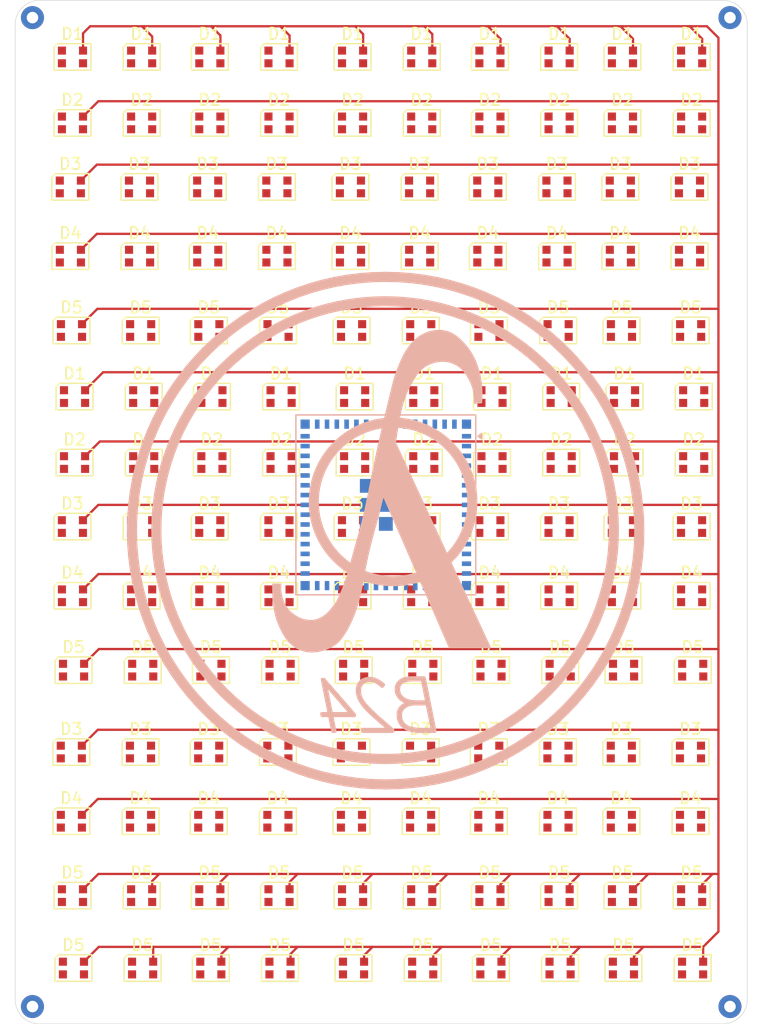
<source format=kicad_pcb>
(kicad_pcb (version 20240108) (generator "pcbnew") (generator_version "8.0")
  (layers (0 "F.Cu" signal) (31 "B.Cu" signal) (34 "B.Paste" user) (35 "F.Paste" user) (36 "B.SilkS" user "B.Silkscreen") (37 "F.SilkS" user "F.Silkscreen") (38 "B.Mask" user) (39 "F.Mask" user) (44 "Edge.Cuts" user))
  (net 0 "")
  (net 1 "Net-(D2-DOUT)")
  (net 2 "Net-(D3-DOUT)")
  (net 3 "Net-(D4-DOUT)")
  (net 4 "Net-(D5-DOUT)")
  (net 5 "/DIN")
  (net 6 "Net-(D1-DOUT)")
  (net 7 "VSS")
  (net 8 "VDD")
  (net 9 "/DOUT")
  (footprint "LED_SMD:LED_WS2812B-2020_PLCC4_2.0x2.0mm" (layer "F.Cu") (at 110.565 71.33)
    (property "Reference" "D2")
    (property "Value" "WS2812B-2020")
  )
  (footprint "LED_SMD:LED_WS2812B-2020_PLCC4_2.0x2.0mm" (layer "F.Cu") (at 152.355 65.61)
    (property "Reference" "D1")
    (property "Value" "WS2812B-2020")
  )
  (footprint "LED_SMD:LED_WS2812B-2020_PLCC4_2.0x2.0mm" (layer "F.Cu") (at 128.58 47.43)
    (property "Reference" "D3")
    (property "Value" "WS2812B-2020")
  )
  (footprint "LED_SMD:LED_WS2812B-2020_PLCC4_2.0x2.0mm" (layer "F.Cu") (at 134.775 89.33)
    (property "Reference" "D5")
    (property "Value" "WS2812B-2020")
  )
  (footprint "LED_SMD:LED_WS2812B-2020_PLCC4_2.0x2.0mm" (layer "F.Cu") (at 122.67 102.43)
    (property "Reference" "D4")
    (property "Value" "WS2812B-2020")
  )
  (footprint "LED_SMD:LED_WS2812B-2020_PLCC4_2.0x2.0mm" (layer "F.Cu") (at 134.68 36.16)
    (property "Reference" "D1")
    (property "Value" "WS2812B-2020")
  )
  (footprint "LED_SMD:LED_WS2812B-2020_PLCC4_2.0x2.0mm" (layer "F.Cu") (at 98.285 47.43)
    (property "Reference" "D3")
    (property "Value" "WS2812B-2020")
  )
  (footprint "LED_SMD:LED_WS2812B-2020_PLCC4_2.0x2.0mm" (layer "F.Cu") (at 134.595 59.88)
    (property "Reference" "D5")
    (property "Value" "WS2812B-2020")
  )
  (footprint "LED_SMD:LED_WS2812B-2020_PLCC4_2.0x2.0mm" (layer "F.Cu") (at 98.47 108.88)
    (property "Reference" "D5")
    (property "Value" "WS2812B-2020")
  )
  (footprint "LED_SMD:LED_WS2812B-2020_PLCC4_2.0x2.0mm" (layer "F.Cu") (at 110.385 36.16)
    (property "Reference" "D1")
    (property "Value" "WS2812B-2020")
  )
  (footprint "LED_SMD:LED_WS2812B-2020_PLCC4_2.0x2.0mm" (layer "F.Cu") (at 98.565 89.33)
    (property "Reference" "D5")
    (property "Value" "WS2812B-2020")
  )
  (footprint "LED_SMD:LED_WS2812B-2020_PLCC4_2.0x2.0mm" (layer "F.Cu") (at 152.175 41.88)
    (property "Reference" "D2")
    (property "Value" "WS2812B-2020")
  )
  (footprint "LED_SMD:LED_WS2812B-2020_PLCC4_2.0x2.0mm" (layer "F.Cu") (at 116.38 76.88)
    (property "Reference" "D3")
    (property "Value" "WS2812B-2020")
  )
  (footprint "LED_SMD:LED_WS2812B-2020_PLCC4_2.0x2.0mm" (layer "F.Cu") (at 146.08 102.43)
    (property "Reference" "D4")
    (property "Value" "WS2812B-2020")
  )
  (footprint "LED_SMD:LED_WS2812B-2020_PLCC4_2.0x2.0mm" (layer "F.Cu") (at 98.47 36.16)
    (property "Reference" "D1")
    (property "Value" "WS2812B-2020")
  )
  (footprint "LED_SMD:LED_WS2812B-2020_PLCC4_2.0x2.0mm" (layer "F.Cu") (at 98.375 102.43)
    (property "Reference" "D4")
    (property "Value" "WS2812B-2020")
  )
  (footprint "LED_SMD:LED_WS2812B-2020_PLCC4_2.0x2.0mm" (layer "F.Cu") (at 104.465 76.88)
    (property "Reference" "D3")
    (property "Value" "WS2812B-2020")
  )
  (footprint "LED_SMD:LED_WS2812B-2020_PLCC4_2.0x2.0mm" (layer "F.Cu") (at 146.17 76.88)
    (property "Reference" "D3")
    (property "Value" "WS2812B-2020")
  )
  (footprint "LED_SMD:LED_WS2812B-2020_PLCC4_2.0x2.0mm" (layer "F.Cu") (at 104.555 115.16)
    (property "Reference" "D5")
    (property "Value" "WS2812B-2020")
  )
  (footprint "LED_SMD:LED_WS2812B-2020_PLCC4_2.0x2.0mm" (layer "F.Cu") (at 104.375 102.43)
    (property "Reference" "D4")
    (property "Value" "WS2812B-2020")
  )
  (footprint "LED_SMD:LED_WS2812B-2020_PLCC4_2.0x2.0mm" (layer "F.Cu") (at 140.595 59.88)
    (property "Reference" "D5")
    (property "Value" "WS2812B-2020")
  )
  (footprint "LED_SMD:LED_WS2812B-2020_PLCC4_2.0x2.0mm" (layer "F.Cu") (at 151.995 53.43)
    (property "Reference" "D4")
    (property "Value" "WS2812B-2020")
  )
  (footprint "LED_SMD:LED_WS2812B-2020_PLCC4_2.0x2.0mm" (layer "F.Cu") (at 146.26 115.16)
    (property "Reference" "D5")
    (property "Value" "WS2812B-2020")
  )
  (footprint "LED_SMD:LED_WS2812B-2020_PLCC4_2.0x2.0mm" (layer "F.Cu") (at 122.86 89.33)
    (property "Reference" "D5")
    (property "Value" "WS2812B-2020")
  )
  (footprint "LED_SMD:LED_WS2812B-2020_PLCC4_2.0x2.0mm" (layer "F.Cu") (at 104.47 82.88)
    (property "Reference" "D4")
    (property "Value" "WS2812B-2020")
  )
  (footprint "LED_SMD:LED_WS2812B-2020_PLCC4_2.0x2.0mm" (layer "F.Cu") (at 128.67 102.43)
    (property "Reference" "D4")
    (property "Value" "WS2812B-2020")
  )
  (footprint "LED_SMD:LED_WS2812B-2020_PLCC4_2.0x2.0mm" (layer "F.Cu") (at 128.765 41.88)
    (property "Reference" "D2")
    (property "Value" "WS2812B-2020")
  )
  (footprint "LED_SMD:LED_WS2812B-2020_PLCC4_2.0x2.0mm" (layer "F.Cu") (at 116.285 96.43)
    (property "Reference" "D3")
    (property "Value" "WS2812B-2020")
  )
  (footprint "LED_SMD:LED_WS2812B-2020_PLCC4_2.0x2.0mm" (layer "F.Cu") (at 140.86 65.61)
    (property "Reference" "D1")
    (property "Value" "WS2812B-2020")
  )
  (footprint "LED_SMD:LED_WS2812B-2020_PLCC4_2.0x2.0mm" (layer "F.Cu") (at 116.385 36.16)
    (property "Reference" "D1")
    (property "Value" "WS2812B-2020")
  )
  (footprint "LED_SMD:LED_WS2812B-2020_PLCC4_2.0x2.0mm" (layer "F.Cu") (at 146.27 89.33)
    (property "Reference" "D5")
    (property "Value" "WS2812B-2020")
  )
  (footprint "LED_SMD:LED_WS2812B-2020_PLCC4_2.0x2.0mm" (layer "F.Cu") (at 128.68 59.88)
    (property "Reference" "D5")
    (property "Value" "WS2812B-2020")
  )
  (footprint "LED_SMD:LED_WS2812B-2020_PLCC4_2.0x2.0mm" (layer "F.Cu") (at 128.765 108.88)
    (property "Reference" "D5")
    (property "Value" "WS2812B-2020")
  )
  (footprint "LED_SMD:LED_WS2812B-2020_PLCC4_2.0x2.0mm" (layer "F.Cu") (at 110.38 76.88)
    (property "Reference" "D3")
    (property "Value" "WS2812B-2020")
  )
  (footprint "LED_SMD:LED_WS2812B-2020_PLCC4_2.0x2.0mm" (layer "F.Cu") (at 140.775 89.33)
    (property "Reference" "D5")
    (property "Value" "WS2812B-2020")
  )
  (footprint "LED_SMD:LED_WS2812B-2020_PLCC4_2.0x2.0mm" (layer "F.Cu") (at 152.09 59.88)
    (property "Reference" "D5")
    (property "Value" "WS2812B-2020")
  )
  (footprint "LED_SMD:LED_WS2812B-2020_PLCC4_2.0x2.0mm" (layer "F.Cu") (at 116.2 47.43)
    (property "Reference" "D3")
    (property "Value" "WS2812B-2020")
  )
  (footprint "LED_SMD:LED_WS2812B-2020_PLCC4_2.0x2.0mm" (layer "F.Cu") (at 116.385 82.88)
    (property "Reference" "D4")
    (property "Value" "WS2812B-2020")
  )
  (footprint "LED_SMD:LED_WS2812B-2020_PLCC4_2.0x2.0mm" (layer "F.Cu") (at 146.175 82.88)
    (property "Reference" "D4")
    (property "Value" "WS2812B-2020")
  )
  (footprint "LED_SMD:LED_WS2812B-2020_PLCC4_2.0x2.0mm" (layer "F.Cu") (at 140.585 102.43)
    (property "Reference" "D4")
    (property "Value" "WS2812B-2020")
  )
  (footprint "LED_SMD:LED_WS2812B-2020_PLCC4_2.0x2.0mm" (layer "F.Cu") (at 134.495 47.43)
    (property "Reference" "D3")
    (property "Value" "WS2812B-2020")
  )
  (footprint "LED_SMD:LED_WS2812B-2020_PLCC4_2.0x2.0mm" (layer "F.Cu") (at 98.29 53.43)
    (property "Reference" "D4")
    (property "Value" "WS2812B-2020")
  )
  (footprint "LED_SMD:LED_WS2812B-2020_PLCC4_2.0x2.0mm" (layer "F.Cu") (at 104.47 108.88)
    (property "Reference" "D5")
    (property "Value" "WS2812B-2020")
  )
  (footprint "LED_SMD:LED_WS2812B-2020_PLCC4_2.0x2.0mm" (layer "F.Cu") (at 128.665 96.43)
    (property "Reference" "D3")
    (property "Value" "WS2812B-2020")
  )
  (footprint "LED_SMD:LED_WS2812B-2020_PLCC4_2.0x2.0mm" (layer "F.Cu") (at 152.355 71.33)
    (property "Reference" "D2")
    (property "Value" "WS2812B-2020")
  )
  (footprint "LED_SMD:LED_WS2812B-2020_PLCC4_2.0x2.0mm" (layer "F.Cu") (at 122.945 65.61)
    (property "Reference" "D1")
    (property "Value" "WS2812B-2020")
  )
  (footprint "LED_SMD:LED_WS2812B-2020_PLCC4_2.0x2.0mm" (layer "F.Cu") (at 116.565 65.61)
    (property "Reference" "D1")
    (property "Value" "WS2812B-2020")
  )
  (footprint "LED_SMD:LED_WS2812B-2020_PLCC4_2.0x2.0mm" (layer "F.Cu") (at 122.765 82.88)
    (property "Reference" "D4")
    (property "Value" "WS2812B-2020")
  )
  (footprint "LED_SMD:LED_WS2812B-2020_PLCC4_2.0x2.0mm" (layer "F.Cu") (at 134.58 96.43)
    (property "Reference" "D3")
    (property "Value" "WS2812B-2020")
  )
  (footprint "LED_SMD:LED_WS2812B-2020_PLCC4_2.0x2.0mm" (layer "F.Cu") (at 140.58 96.43)
    (property "Reference" "D3")
    (property "Value" "WS2812B-2020")
  )
  (footprint "LED_SMD:LED_WS2812B-2020_PLCC4_2.0x2.0mm" (layer "F.Cu") (at 104.65 65.61)
    (property "Reference" "D1")
    (property "Value" "WS2812B-2020")
  )
  (footprint "LED_SMD:LED_WS2812B-2020_PLCC4_2.0x2.0mm" (layer "F.Cu") (at 110.2 47.43)
    (property "Reference" "D3")
    (property "Value" "WS2812B-2020")
  )
  (footprint "LED_SMD:LED_WS2812B-2020_PLCC4_2.0x2.0mm" (layer "F.Cu") (at 134.68 41.88)
    (property "Reference" "D2")
    (property "Value" "WS2812B-2020")
  )
  (footprint "LED_SMD:LED_WS2812B-2020_PLCC4_2.0x2.0mm" (layer "F.Cu") (at 145.99 47.43)
    (property "Reference" "D3")
    (property "Value" "WS2812B-2020")
  )
  (footprint "LED_SMD:LED_WS2812B-2020_PLCC4_2.0x2.0mm" (layer "F.Cu") (at 116.47 115.16)
    (property "Reference" "D5")
    (property "Value" "WS2812B-2020")
  )
  (footprint "LED_SMD:LED_WS2812B-2020_PLCC4_2.0x2.0mm" (layer "F.Cu") (at 146.09 59.88)
    (property "Reference" "D5")
    (property "Value" "WS2812B-2020")
  )
  (footprint "LED_SMD:LED_WS2812B-2020_PLCC4_2.0x2.0mm" (layer "F.Cu") (at 152.27 89.33)
    (property "Reference" "D5")
    (property "Value" "WS2812B-2020")
  )
  (footprint "LED_SMD:LED_WS2812B-2020_PLCC4_2.0x2.0mm" (layer "F.Cu") (at 122.765 36.16)
    (property "Reference" "D1")
    (property "Value" "WS2812B-2020")
  )
  (footprint "LED_SMD:LED_WS2812B-2020_PLCC4_2.0x2.0mm" (layer "F.Cu") (at 110.47 115.16)
    (property "Reference" "D5")
    (property "Value" "WS2812B-2020")
  )
  (footprint "LED_SMD:LED_WS2812B-2020_PLCC4_2.0x2.0mm" (layer "F.Cu") (at 98.555 115.16)
    (property "Reference" "D5")
    (property "Value" "WS2812B-2020")
  )
  (footprint "LED_SMD:LED_WS2812B-2020_PLCC4_2.0x2.0mm" (layer "F.Cu") (at 152.08 102.43)
    (property "Reference" "D4")
    (property "Value" "WS2812B-2020")
  )
  (footprint "LED_SMD:LED_WS2812B-2020_PLCC4_2.0x2.0mm" (layer "F.Cu") (at 146.355 65.61)
    (property "Reference" "D1")
    (property "Value" "WS2812B-2020")
  )
  (footprint "LED_SMD:LED_WS2812B-2020_PLCC4_2.0x2.0mm" (layer "F.Cu") (at 122.85 115.16)
    (property "Reference" "D5")
    (property "Value" "WS2812B-2020")
  )
  (footprint "LED_SMD:LED_WS2812B-2020_PLCC4_2.0x2.0mm" (layer "F.Cu") (at 134.5 53.43)
    (property "Reference" "D4")
    (property "Value" "WS2812B-2020")
  )
  (footprint "LED_SMD:LED_WS2812B-2020_PLCC4_2.0x2.0mm" (layer "F.Cu") (at 134.585 102.43)
    (property "Reference" "D4")
    (property "Value" "WS2812B-2020")
  )
  (footprint "LED_SMD:LED_WS2812B-2020_PLCC4_2.0x2.0mm" (layer "F.Cu") (at 98.47 41.88)
    (property "Reference" "D2")
    (property "Value" "WS2812B-2020")
  )
  (footprint "LED_SMD:LED_WS2812B-2020_PLCC4_2.0x2.0mm" (layer "F.Cu") (at 140.495 47.43)
    (property "Reference" "D3")
    (property "Value" "WS2812B-2020")
  )
  (footprint "LED_SMD:LED_WS2812B-2020_PLCC4_2.0x2.0mm" (layer "F.Cu") (at 128.765 82.88)
    (property "Reference" "D4")
    (property "Value" "WS2812B-2020")
  )
  (footprint "LED_SMD:LED_WS2812B-2020_PLCC4_2.0x2.0mm" (layer "F.Cu") (at 134.675 76.88)
    (property "Reference" "D3")
    (property "Value" "WS2812B-2020")
  )
  (footprint "LED_SMD:LED_WS2812B-2020_PLCC4_2.0x2.0mm" (layer "F.Cu") (at 128.585 53.43)
    (property "Reference" "D4")
    (property "Value" "WS2812B-2020")
  )
  (footprint "LED_SMD:LED_WS2812B-2020_PLCC4_2.0x2.0mm" (layer "F.Cu") (at 134.765 115.16)
    (property "Reference" "D5")
    (property "Value" "WS2812B-2020")
  )
  (footprint "LED_SMD:LED_WS2812B-2020_PLCC4_2.0x2.0mm" (layer "F.Cu") (at 140.765 115.16)
    (property "Reference" "D5")
    (property "Value" "WS2812B-2020")
  )
  (footprint "LED_SMD:LED_WS2812B-2020_PLCC4_2.0x2.0mm" (layer "F.Cu") (at 104.29 53.43)
    (property "Reference" "D4")
    (property "Value" "WS2812B-2020")
  )
  (footprint "LED_SMD:LED_WS2812B-2020_PLCC4_2.0x2.0mm" (layer "F.Cu") (at 104.47 36.16)
    (property "Reference" "D1")
    (property "Value" "WS2812B-2020")
  )
  (footprint "LED_SMD:LED_WS2812B-2020_PLCC4_2.0x2.0mm" (layer "F.Cu") (at 134.86 71.33)
    (property "Reference" "D2")
    (property "Value" "WS2812B-2020")
  )
  (footprint "LED_SMD:LED_WS2812B-2020_PLCC4_2.0x2.0mm" (layer "F.Cu") (at 98.65 71.33)
    (property "Reference" "D2")
    (property "Value" "WS2812B-2020")
  )
  (footprint "LED_SMD:LED_WS2812B-2020_PLCC4_2.0x2.0mm" (layer "F.Cu") (at 134.86 65.61)
    (property "Reference" "D1")
    (property "Value" "WS2812B-2020")
  )
  (footprint "LED_SMD:LED_WS2812B-2020_PLCC4_2.0x2.0mm" (layer "F.Cu") (at 122.68 59.88)
    (property "Reference" "D5")
    (property "Value" "WS2812B-2020")
  )
  (footprint "LED_SMD:LED_WS2812B-2020_PLCC4_2.0x2.0mm" (layer "F.Cu") (at 152.17 76.88)
    (property "Reference" "D3")
    (property "Value" "WS2812B-2020")
  )
  (footprint "LED_SMD:LED_WS2812B-2020_PLCC4_2.0x2.0mm" (layer "F.Cu") (at 104.285 47.43)
    (property "Reference" "D3")
    (property "Value" "WS2812B-2020")
  )
  (footprint "LED_SMD:LED_WS2812B-2020_PLCC4_2.0x2.0mm" (layer "F.Cu") (at 128.945 65.61)
    (property "Reference" "D1")
    (property "Value" "WS2812B-2020")
  )
  (footprint "LED_SMD:LED_WS2812B-2020_PLCC4_2.0x2.0mm" (layer "F.Cu") (at 122.765 41.88)
    (property "Reference" "D2")
    (property "Value" "WS2812B-2020")
  )
  (footprint "LED_SMD:LED_WS2812B-2020_PLCC4_2.0x2.0mm" (layer "F.Cu") (at 116.3 59.88)
    (property "Reference" "D5")
    (property "Value" "WS2812B-2020")
  )
  (footprint "LED_SMD:LED_WS2812B-2020_PLCC4_2.0x2.0mm" (layer "F.Cu") (at 152.26 115.16)
    (property "Reference" "D5")
    (property "Value" "WS2812B-2020")
  )
  (footprint "LED_SMD:LED_WS2812B-2020_PLCC4_2.0x2.0mm" (layer "F.Cu") (at 152.175 36.16)
    (property "Reference" "D1")
    (property "Value" "WS2812B-2020")
  )
  (footprint "LED_SMD:LED_WS2812B-2020_PLCC4_2.0x2.0mm" (layer "F.Cu") (at 134.68 108.88)
    (property "Reference" "D5")
    (property "Value" "WS2812B-2020")
  )
  (footprint "LED_SMD:LED_WS2812B-2020_PLCC4_2.0x2.0mm" (layer "F.Cu") (at 122.76 76.88)
    (property "Reference" "D3")
    (property "Value" "WS2812B-2020")
  )
  (footprint "LED_SMD:LED_WS2812B-2020_PLCC4_2.0x2.0mm" (layer "F.Cu") (at 116.29 102.43)
    (property "Reference" "D4")
    (property "Value" "WS2812B-2020")
  )
  (footprint "LED_SMD:LED_WS2812B-2020_PLCC4_2.0x2.0mm" (layer "F.Cu") (at 146.075 96.43)
    (property "Reference" "D3")
    (property "Value" "WS2812B-2020")
  )
  (footprint "LED_SMD:LED_WS2812B-2020_PLCC4_2.0x2.0mm" (layer "F.Cu") (at 98.65 65.61)
    (property "Reference" "D1")
    (property "Value" "WS2812B-2020")
  )
  (footprint "LED_SMD:LED_WS2812B-2020_PLCC4_2.0x2.0mm" (layer "F.Cu") (at 145.995 53.43)
    (property "Reference" "D4")
    (property "Value" "WS2812B-2020")
  )
  (footprint "LED_SMD:LED_WS2812B-2020_PLCC4_2.0x2.0mm" (layer "F.Cu") (at 128.85 115.16)
    (property "Reference" "D5")
    (property "Value" "WS2812B-2020")
  )
  (footprint "LED_SMD:LED_WS2812B-2020_PLCC4_2.0x2.0mm" (layer "F.Cu") (at 128.76 76.88)
    (property "Reference" "D3")
    (property "Value" "WS2812B-2020")
  )
  (footprint "LED_SMD:LED_WS2812B-2020_PLCC4_2.0x2.0mm" (layer "F.Cu") (at 110.29 102.43)
    (property "Reference" "D4")
    (property "Value" "WS2812B-2020")
  )
  (footprint "LED_SMD:LED_WS2812B-2020_PLCC4_2.0x2.0mm" (layer "F.Cu") (at 110.385 108.88)
    (property "Reference" "D5")
    (property "Value" "WS2812B-2020")
  )
  (footprint "LED_SMD:LED_WS2812B-2020_PLCC4_2.0x2.0mm" (layer "F.Cu") (at 152.175 82.88)
    (property "Reference" "D4")
    (property "Value" "WS2812B-2020")
  )
  (footprint "LED_SMD:LED_WS2812B-2020_PLCC4_2.0x2.0mm" (layer "F.Cu") (at 152.175 108.88)
    (property "Reference" "D5")
    (property "Value" "WS2812B-2020")
  )
  (footprint "LED_SMD:LED_WS2812B-2020_PLCC4_2.0x2.0mm" (layer "F.Cu") (at 110.205 53.43)
    (property "Reference" "D4")
    (property "Value" "WS2812B-2020")
  )
  (footprint "LED_SMD:LED_WS2812B-2020_PLCC4_2.0x2.0mm" (layer "F.Cu") (at 110.385 82.88)
    (property "Reference" "D4")
    (property "Value" "WS2812B-2020")
  )
  (footprint "LED_SMD:LED_WS2812B-2020_PLCC4_2.0x2.0mm" (layer "F.Cu") (at 128.945 71.33)
    (property "Reference" "D2")
    (property "Value" "WS2812B-2020")
  )
  (footprint "LED_SMD:LED_WS2812B-2020_PLCC4_2.0x2.0mm" (layer "F.Cu") (at 104.385 59.88)
    (property "Reference" "D5")
    (property "Value" "WS2812B-2020")
  )
  (footprint "LED_SMD:LED_WS2812B-2020_PLCC4_2.0x2.0mm" (layer "F.Cu") (at 146.175 36.16)
    (property "Reference" "D1")
    (property "Value" "WS2812B-2020")
  )
  (footprint "LED_SMD:LED_WS2812B-2020_PLCC4_2.0x2.0mm" (layer "F.Cu") (at 116.48 89.33)
    (property "Reference" "D5")
    (property "Value" "WS2812B-2020")
  )
  (footprint "LED_SMD:LED_WS2812B-2020_PLCC4_2.0x2.0mm" (layer "F.Cu") (at 122.585 53.43)
    (property "Reference" "D4")
    (property "Value" "WS2812B-2020")
  )
  (footprint "LED_SMD:LED_WS2812B-2020_PLCC4_2.0x2.0mm" (layer "F.Cu") (at 151.99 47.43)
    (property "Reference" "D3")
    (property "Value" "WS2812B-2020")
  )
  (footprint "LED_SMD:LED_WS2812B-2020_PLCC4_2.0x2.0mm" (layer "F.Cu") (at 104.65 71.33)
    (property "Reference" "D2")
    (property "Value" "WS2812B-2020")
  )
  (footprint "LED_SMD:LED_WS2812B-2020_PLCC4_2.0x2.0mm" (layer "F.Cu") (at 146.175 41.88)
    (property "Reference" "D2")
    (property "Value" "WS2812B-2020")
  )
  (footprint "LED_SMD:LED_WS2812B-2020_PLCC4_2.0x2.0mm" (layer "F.Cu") (at 116.205 53.43)
    (property "Reference" "D4")
    (property "Value" "WS2812B-2020")
  )
  (footprint "LED_SMD:LED_WS2812B-2020_PLCC4_2.0x2.0mm" (layer "F.Cu") (at 140.5 53.43)
    (property "Reference" "D4")
    (property "Value" "WS2812B-2020")
  )
  (footprint "LED_SMD:LED_WS2812B-2020_PLCC4_2.0x2.0mm" (layer "F.Cu") (at 110.48 89.33)
    (property "Reference" "D5")
    (property "Value" "WS2812B-2020")
  )
  (footprint "LED_SMD:LED_WS2812B-2020_PLCC4_2.0x2.0mm" (layer "F.Cu") (at 140.86 71.33)
    (property "Reference" "D2")
    (property "Value" "WS2812B-2020")
  )
  (footprint "LED_SMD:LED_WS2812B-2020_PLCC4_2.0x2.0mm" (layer "F.Cu") (at 134.68 82.88)
    (property "Reference" "D4")
    (property "Value" "WS2812B-2020")
  )
  (footprint "LED_SMD:LED_WS2812B-2020_PLCC4_2.0x2.0mm" (layer "F.Cu") (at 98.37 96.43)
    (property "Reference" "D3")
    (property "Value" "WS2812B-2020")
  )
  (footprint "LED_SMD:LED_WS2812B-2020_PLCC4_2.0x2.0mm" (layer "F.Cu") (at 116.385 108.88)
    (property "Reference" "D5")
    (property "Value" "WS2812B-2020")
  )
  (footprint "LED_SMD:LED_WS2812B-2020_PLCC4_2.0x2.0mm" (layer "F.Cu") (at 98.47 82.88)
    (property "Reference" "D4")
    (property "Value" "WS2812B-2020")
  )
  (footprint "LED_SMD:LED_WS2812B-2020_PLCC4_2.0x2.0mm" (layer "F.Cu") (at 122.765 108.88)
    (property "Reference" "D5")
    (property "Value" "WS2812B-2020")
  )
  (footprint "LED_SMD:LED_WS2812B-2020_PLCC4_2.0x2.0mm" (layer "F.Cu") (at 140.68 36.16)
    (property "Reference" "D1")
    (property "Value" "WS2812B-2020")
  )
  (footprint "LED_SMD:LED_WS2812B-2020_PLCC4_2.0x2.0mm" (layer "F.Cu") (at 122.945 71.33)
    (property "Reference" "D2")
    (property "Value" "WS2812B-2020")
  )
  (footprint "LED_SMD:LED_WS2812B-2020_PLCC4_2.0x2.0mm" (layer "F.Cu") (at 140.68 41.88)
    (property "Reference" "D2")
    (property "Value" "WS2812B-2020")
  )
  (footprint "LED_SMD:LED_WS2812B-2020_PLCC4_2.0x2.0mm" (layer "F.Cu") (at 98.465 76.88)
    (property "Reference" "D3")
    (property "Value" "WS2812B-2020")
  )
  (footprint "LED_SMD:LED_WS2812B-2020_PLCC4_2.0x2.0mm" (layer "F.Cu") (at 116.565 71.33)
    (property "Reference" "D2")
    (property "Value" "WS2812B-2020")
  )
  (footprint "LED_SMD:LED_WS2812B-2020_PLCC4_2.0x2.0mm" (layer "F.Cu") (at 152.075 96.43)
    (property "Reference" "D3")
    (property "Value" "WS2812B-2020")
  )
  (footprint "LED_SMD:LED_WS2812B-2020_PLCC4_2.0x2.0mm" (layer "F.Cu") (at 140.675 76.88)
    (property "Reference" "D3")
    (property "Value" "WS2812B-2020")
  )
  (footprint "LED_SMD:LED_WS2812B-2020_PLCC4_2.0x2.0mm" (layer "F.Cu") (at 146.355 71.33)
    (property "Reference" "D2")
    (property "Value" "WS2812B-2020")
  )
  (footprint "LED_SMD:LED_WS2812B-2020_PLCC4_2.0x2.0mm" (layer "F.Cu") (at 110.285 96.43)
    (property "Reference" "D3")
    (property "Value" "WS2812B-2020")
  )
  (footprint "LED_SMD:LED_WS2812B-2020_PLCC4_2.0x2.0mm" (layer "F.Cu") (at 140.68 108.88)
    (property "Reference" "D5")
    (property "Value" "WS2812B-2020")
  )
  (footprint "LED_SMD:LED_WS2812B-2020_PLCC4_2.0x2.0mm" (layer "F.Cu") (at 128.86 89.33)
    (property "Reference" "D5")
    (property "Value" "WS2812B-2020")
  )
  (footprint "LED_SMD:LED_WS2812B-2020_PLCC4_2.0x2.0mm" (layer "F.Cu") (at 110.385 41.88)
    (property "Reference" "D2")
    (property "Value" "WS2812B-2020")
  )
  (footprint "LED_SMD:LED_WS2812B-2020_PLCC4_2.0x2.0mm" (layer "F.Cu") (at 128.765 36.16)
    (property "Reference" "D1")
    (property "Value" "WS2812B-2020")
  )
  (footprint "LED_SMD:LED_WS2812B-2020_PLCC4_2.0x2.0mm" (layer "F.Cu") (at 146.175 108.88)
    (property "Reference" "D5")
    (property "Value" "WS2812B-2020")
  )
  (footprint "LED_SMD:LED_WS2812B-2020_PLCC4_2.0x2.0mm" (layer "F.Cu") (at 122.665 96.43)
    (property "Reference" "D3")
    (property "Value" "WS2812B-2020")
  )
  (footprint "LED_SMD:LED_WS2812B-2020_PLCC4_2.0x2.0mm" (layer "F.Cu") (at 116.385 41.88)
    (property "Reference" "D2")
    (property "Value" "WS2812B-2020")
  )
  (footprint "LED_SMD:LED_WS2812B-2020_PLCC4_2.0x2.0mm" (layer "F.Cu") (at 98.385 59.88)
    (property "Reference" "D5")
    (property "Value" "WS2812B-2020")
  )
  (footprint "LED_SMD:LED_WS2812B-2020_PLCC4_2.0x2.0mm" (layer "F.Cu") (at 104.565 89.33)
    (property "Reference" "D5")
    (property "Value" "WS2812B-2020")
  )
  (footprint "LED_SMD:LED_WS2812B-2020_PLCC4_2.0x2.0mm" (layer "F.Cu") (at 122.58 47.43)
    (property "Reference" "D3")
    (property "Value" "WS2812B-2020")
  )
  (footprint "LED_SMD:LED_WS2812B-2020_PLCC4_2.0x2.0mm" (layer "F.Cu") (at 104.37 96.43)
    (property "Reference" "D3")
    (property "Value" "WS2812B-2020")
  )
  (footprint "LED_SMD:LED_WS2812B-2020_PLCC4_2.0x2.0mm" (layer "F.Cu") (at 104.47 41.88)
    (property "Reference" "D2")
    (property "Value" "WS2812B-2020")
  )
  (footprint "LED_SMD:LED_WS2812B-2020_PLCC4_2.0x2.0mm" (layer "F.Cu") (at 110.565 65.61)
    (property "Reference" "D1")
    (property "Value" "WS2812B-2020")
  )
  (footprint "LED_SMD:LED_WS2812B-2020_PLCC4_2.0x2.0mm" (layer "F.Cu") (at 110.3 59.88)
    (property "Reference" "D5")
    (property "Value" "WS2812B-2020")
  )
  (footprint "LED_SMD:LED_WS2812B-2020_PLCC4_2.0x2.0mm" (layer "F.Cu") (at 140.68 82.88)
    (property "Reference" "D4")
    (property "Value" "WS2812B-2020")
  )
  (footprint "RF_Module:ESP32-S2-MINI-1U" (layer "B.Cu") (at 125.65 75 180)
    (property "Reference" "U1")
    (property "Value" "ESP32-S3-MINI-1U")
  )
  (gr_line (start 106.812236 65.823857) (end 106.282394 66.74534) (stroke (width 0.881944) (color 255 255 255 1)) (layer "B.SilkS"))
  (gr_line (start 140.426414 93.522132) (end 141.190617 92.793533) (stroke (width 0.881944) (color 255 255 255 1)) (layer "B.SilkS"))
  (gr_line (start 128.982149 98.984966) (end 130.065755 98.791454) (stroke (width 0.881944) (color 255 255 255 1)) (layer "B.SilkS"))
  (gr_line (start 105.355792 68.668847) (end 104.961796 69.668107) (stroke (width 0.881944) (color 255 255 255 1)) (layer "B.SilkS"))
  (gr_line (start 127.880912 99.1249) (end 128.982149 98.984966) (stroke (width 0.881944) (color 255 255 255 1)) (layer "B.SilkS"))
  (gr_line (start 105.796452 86.773859) (end 106.282394 87.72265) (stroke (width 0.881944) (color 255 255 255 1)) (layer "B.SilkS"))
  (gr_line (start 130.065755 98.791454) (end 131.130348 98.545747) (stroke (width 0.881944) (color 255 255 255 1)) (layer "B.SilkS"))
  (gr_line (start 105.355792 85.799142) (end 105.796452 86.773859) (stroke (width 0.881944) (color 255 255 255 1)) (layer "B.SilkS"))
  (gr_line (start 145.906368 68.668847) (end 145.465708 67.694131) (stroke (width 0.881944) (color 255 255 255 1)) (layer "B.SilkS"))
  (gr_line (start 141.190617 92.793533) (end 141.919216 92.02933) (stroke (width 0.881944) (color 255 255 255 1)) (layer "B.SilkS"))
  (gr_line (start 103.880109 73.882925) (end 103.740174 74.984162) (stroke (width 0.881944) (color 255 255 255 1)) (layer "B.SilkS"))
  (gr_line (start 105.796452 67.694131) (end 105.355792 68.668847) (stroke (width 0.881944) (color 255 255 255 1)) (layer "B.SilkS"))
  (gr_line (start 115.142425 57.88531) (end 114.220942 58.415151) (stroke (width 0.881944) (color 255 255 255 1)) (layer "B.SilkS"))
  (gr_line (start 132.174546 98.249228) (end 133.196966 97.903279) (stroke (width 0.881944) (color 255 255 255 1)) (layer "B.SilkS"))
  (gr_line (start 110.835745 60.945858) (end 110.071542 61.674457) (stroke (width 0.881944) (color 255 255 255 1)) (layer "B.SilkS"))
  (gr_line (start 113.32815 95.480481) (end 114.220942 96.052839) (stroke (width 0.881944) (color 255 255 255 1)) (layer "B.SilkS"))
  (gr_poly (pts (xy 124.181164 90.046808) (xy 124.118 90.050708) (xy 124.056832 90.057134) (xy 123.997663 90.066028) (xy 123.940499 90.07733) (xy 123.885346 90.090981) (xy 123.832208 90.106921) (xy 123.78109 90.125091) (xy 123.731998 90.145432) (xy 123.684937 90.167883) (xy 123.639912 90.192386) (xy 123.596929 90.218881) (xy 123.555991 90.247309) (xy 123.517106 90.27761) (xy 123.480277 90.309725) (xy 123.445509 90.343595) (xy 123.412809 90.379159) (xy 123.382181 90.416359) (xy 123.353631 90.455135) (xy 123.327163 90.495427) (xy 123.302783 90.537177) (xy 123.280496 90.580325) (xy 123.260307 90.624811) (xy 123.242221 90.670576) (xy 123.226243 90.717561) (xy 123.212379 90.765706) (xy 123.200634 90.814951) (xy 123.191013 90.865238) (xy 123.18352 90.916506) (xy 123.178162 90.968697) (xy 123.174944 91.021751) (xy 123.17387 91.075608) (xy 123.183685 91.270067) (xy 123.213364 91.457849) (xy 123.26326 91.640877) (xy 123.333722 91.821072) (xy 123.425103 92.000359) (xy 123.537755 92.180658) (xy 123.672027 92.363892) (xy 123.828273 92.551984) (xy 124.006842 92.746856) (xy 124.208088 92.950431) (xy 124.43236 93.16463) (xy 124.680011 93.391376) (xy 125.246853 93.890198) (xy 125.911426 94.462277) (xy 123.625425 94.462277) (xy 123.653648 94.645719) (xy 126.264204 94.645719) (xy 126.250181 94.504605) (xy 125.530899 93.883331) (xy 124.925229 93.352346) (xy 124.663293 93.115441) (xy 124.427714 92.894783) (xy 124.217809 92.688264) (xy 124.032895 92.493775) (xy 123.872292 92.309208) (xy 123.800893 92.219987) (xy 123.735315 92.132455) (xy 123.675474 92.046349) (xy 123.621284 91.961406) (xy 123.572659 91.877362) (xy 123.529515 91.793954) (xy 123.491767 91.710918) (xy 123.459328 91.62799) (xy 123.432113 91.544908) (xy 123.410038 91.461406) (xy 123.393017 91.377223) (xy 123.380965 91.292094) (xy 123.373796 91.205755) (xy 123.371425 91.117944) (xy 123.374743 91.028895) (xy 123.384737 90.941996) (xy 123.392257 90.899507) (xy 123.40147 90.857742) (xy 123.412383 90.816763) (xy 123.425004 90.776631) (xy 123.43934 90.737409) (xy 123.4554 90.699158) (xy 123.473191 90.66194) (xy 123.49272 90.625819) (xy 123.513997 90.590854) (xy 123.537028 90.55711) (xy 123.561821 90.524647) (xy 123.588384 90.493527) (xy 123.616725 90.463813) (xy 123.646851 90.435567) (xy 123.67877 90.40885) (xy 123.71249 90.383725) (xy 123.748019 90.360254) (xy 123.785364 90.338498) (xy 123.824534 90.31852) (xy 123.865535 90.300381) (xy 123.908376 90.284145) (xy 123.953064 90.269872) (xy 123.999608 90.257624) (xy 124.048015 90.247465) (xy 124.098292 90.239455) (xy 124.150448 90.233657) (xy 124.204489 90.230132) (xy 124.260425 90.228944) (xy 124.324404 90.230932) (xy 124.389272 90.236909) (xy 124.454925 90.246896) (xy 124.521261 90.260914) (xy 124.588175 90.278984) (xy 124.655564 90.301126) (xy 124.723326 90.32736) (xy 124.791357 90.357708) (xy 124.859552 90.39219) (xy 124.92781 90.430827) (xy 124.996027 90.473639) (xy 125.064099 90.520647) (xy 125.131922 90.571872) (xy 125.199395 90.627334) (xy 125.266412 90.687055) (xy 125.332872 90.751054) (xy 125.459871 90.59583) (xy 125.386091 90.533839) (xy 125.312807 90.474949) (xy 125.239854 90.419283) (xy 125.167066 90.366966) (xy 125.094278 90.318121) (xy 125.021324 90.272873) (xy 124.94804 90.231346) (xy 124.87426 90.193663) (xy 124.799819 90.159949) (xy 124.72455 90.130328) (xy 124.64829 90.104924) (xy 124.570872 90.08386) (xy 124.492131 90.067261) (xy 124.411902 90.055252) (xy 124.330019 90.047955) (xy 124.246317 90.045495)) (stroke (width 0.264583) (color 255 255 255 1)) (fill none) (layer "B.SilkS"))
  (gr_line (start 135.170943 57.399367) (end 134.196226 56.958707) (stroke (width 0.881944) (color 255 255 255 1)) (layer "B.SilkS"))
  (gr_line (start 124.498731 55.258115) (end 123.381248 55.34309) (stroke (width 0.881944) (color 255 255 255 1)) (layer "B.SilkS"))
  (gr_line (start 122.280011 55.483025) (end 121.196405 55.676537) (stroke (width 0.881944) (color 255 255 255 1)) (layer "B.SilkS"))
  (gr_line (start 146.646313 70.690527) (end 146.300364 69.668107) (stroke (width 0.881944) (color 255 255 255 1)) (layer "B.SilkS"))
  (gr_line (start 130.065755 55.676537) (end 128.982149 55.483025) (stroke (width 0.881944) (color 255 255 255 1)) (layer "B.SilkS"))
  (gr_line (start 147.382051 73.882925) (end 147.188539 72.799319) (stroke (width 0.881944) (color 255 255 255 1)) (layer "B.SilkS"))
  (gr_line (start 136.119734 57.88531) (end 135.170943 57.399367) (stroke (width 0.881944) (color 255 255 255 1)) (layer "B.SilkS"))
  (gr_line (start 117.065933 97.509283) (end 118.065193 97.903279) (stroke (width 0.881944) (color 255 255 255 1)) (layer "B.SilkS"))
  (gr_line (start 137.041217 96.052839) (end 137.934009 95.480481) (stroke (width 0.881944) (color 255 255 255 1)) (layer "B.SilkS"))
  (gr_line (start 121.196405 98.791454) (end 122.280011 98.984966) (stroke (width 0.881944) (color 255 255 255 1)) (layer "B.SilkS"))
  (gr_poly (pts (xy 130.069413 59.826771) (xy 129.908781 59.842293) (xy 129.755869 59.865463) (xy 129.611449 59.894774) (xy 129.476297 59.928717) (xy 129.351184 59.965787) (xy 129.236886 60.004477) (xy 129.134174 60.043278) (xy 128.966608 60.11519) (xy 128.854675 60.169467) (xy 128.738627 60.231276) (xy 128.628904 60.295981) (xy 128.525211 60.363227) (xy 128.427249 60.432658) (xy 128.334723 60.50392) (xy 128.247336 60.576657) (xy 128.16479 60.650514) (xy 128.086789 60.725136) (xy 128.013035 60.800166) (xy 127.943232 60.875251) (xy 127.877084 60.950034) (xy 127.814293 61.024161) (xy 127.697594 61.169024) (xy 127.590761 61.306997) (xy 127.549423 61.361944) (xy 127.490234 61.44544) (xy 127.454348 61.498738) (xy 127.414482 61.560187) (xy 127.370797 61.630125) (xy 127.323455 61.708889) (xy 127.272616 61.796817) (xy 127.218442 61.894248) (xy 127.161094 62.001519) (xy 127.100732 62.118967) (xy 127.037518 62.246931) (xy 126.971614 62.385748) (xy 126.903179 62.535757) (xy 126.832376 62.697295) (xy 126.69088 63.040488) (xy 126.568615 63.362017) (xy 126.464896 63.656791) (xy 126.379036 63.919715) (xy 126.310349 64.145696) (xy 126.258149 64.329642) (xy 126.200464 64.551054) (xy 125.458172 67.632029) (xy 124.962512 69.784797) (xy 124.59947 71.460557) (xy 123.956897 74.676469) (xy 123.761308 75.586532) (xy 123.546165 76.474147) (xy 122.661398 79.676135) (xy 122.53608 80.160071) (xy 122.458949 80.443545) (xy 122.369916 80.753694) (xy 122.26729 81.089772) (xy 122.14938 81.451033) (xy 122.014496 81.836731) (xy 121.860946 82.24612) (xy 121.737476 82.554911) (xy 121.622304 82.823512) (xy 121.513121 83.057245) (xy 121.407616 83.261436) (xy 121.35552 83.354117) (xy 121.303479 83.441409) (xy 121.251202 83.523978) (xy 121.1984 83.60249) (xy 121.09007 83.750002) (xy 120.976179 83.889272) (xy 120.840963 84.0455) (xy 120.769412 84.125594) (xy 120.694847 84.206062) (xy 120.616978 84.286195) (xy 120.535515 84.365281) (xy 120.450168 84.442613) (xy 120.360649 84.517479) (xy 120.266666 84.58917) (xy 120.167931 84.656976) (xy 120.064154 84.720188) (xy 120.010284 84.74985) (xy 119.955045 84.778096) (xy 119.898401 84.804839) (xy 119.840315 84.82999) (xy 119.780752 84.853459) (xy 119.719674 84.87516) (xy 119.657047 84.895001) (xy 119.592833 84.912896) (xy 119.526996 84.928755) (xy 119.459501 84.942489) (xy 119.365314 84.957538) (xy 119.272383 84.967766) (xy 119.180791 84.973432) (xy 119.09062 84.974792) (xy 119.001954 84.972103) (xy 118.914875 84.965625) (xy 118.74581 84.942327) (xy 118.584088 84.906958) (xy 118.43037 84.861579) (xy 118.285321 84.808251) (xy 118.149603 84.749034) (xy 118.023877 84.685989) (xy 117.908808 84.621176) (xy 117.805056 84.556656) (xy 117.713286 84.49449) (xy 117.56834 84.385462) (xy 117.479269 84.310575) (xy 117.384459 84.222562) (xy 117.296404 84.131992) (xy 117.214862 84.039188) (xy 117.139591 83.94447) (xy 117.070347 83.848162) (xy 117.00689 83.750586) (xy 116.948977 83.652065) (xy 116.896365 83.552921) (xy 116.806079 83.354052) (xy 116.734094 83.156561) (xy 116.678473 82.963026) (xy 116.637278 82.776026) (xy 116.608572 82.598141) (xy 116.590418 82.431949) (xy 116.580879 82.280031) (xy 116.578016 82.144966) (xy 116.584574 81.93571) (xy 116.594591 81.824817) (xy 115.794052 81.824817) (xy 115.791409 81.941512) (xy 115.789982 82.080117) (xy 115.79059 82.238533) (xy 115.791913 82.324514) (xy 115.794052 82.414661) (xy 115.803072 82.704576) (xy 115.818608 83.033855) (xy 115.845893 83.395569) (xy 115.865577 83.586423) (xy 115.890161 83.782787) (xy 115.920299 83.983795) (xy 115.956646 84.18858) (xy 115.999855 84.396276) (xy 116.05058 84.606017) (xy 116.109477 84.816937) (xy 116.177199 85.02817) (xy 116.254401 85.238849) (xy 116.341736 85.448108) (xy 116.461481 85.713387) (xy 116.602005 86.001724) (xy 116.681811 86.151084) (xy 116.768915 86.302062) (xy 116.864017 86.453276) (xy 116.967817 86.603344) (xy 117.081018 86.750885) (xy 117.20432 86.894515) (xy 117.338423 87.032853) (xy 117.484029 87.164517) (xy 117.561365 87.227414) (xy 117.641839 87.288124) (xy 117.725539 87.346475) (xy 117.812552 87.402293) (xy 117.902967 87.455406) (xy 117.996871 87.505642) (xy 118.094351 87.552826) (xy 118.195495 87.596787) (xy 118.330699 87.648109) (xy 118.465445 87.691223) (xy 118.599507 87.726542) (xy 118.732665 87.754481) (xy 118.864693 87.775451) (xy 118.99537 87.789867) (xy 119.251773 87.800688) (xy 119.500089 87.790248) (xy 119.738531 87.761853) (xy 119.965312 87.71881) (xy 120.178646 87.664423) (xy 120.376747 87.601998) (xy 120.557828 87.534842) (xy 120.720104 87.466258) (xy 120.861788 87.399554) (xy 121.076233 87.285005) (xy 121.186874 87.217641) (xy 121.234107 87.18626) (xy 121.291156 87.145817) (xy 121.357502 87.094863) (xy 121.432627 87.031947) (xy 121.516011 86.95562) (xy 121.607136 86.864431) (xy 121.705482 86.75693) (xy 121.810531 86.631667) (xy 121.865407 86.561922) (xy 121.921763 86.487192) (xy 121.979536 86.407297) (xy 122.03866 86.322054) (xy 122.099071 86.231284) (xy 122.160703 86.134804) (xy 122.223492 86.032433) (xy 122.287373 85.923991) (xy 122.35228 85.809295) (xy 122.41815 85.688165) (xy 122.484917 85.560419) (xy 122.552516 85.425876) (xy 122.620883 85.284354) (xy 122.689952 85.135673) (xy 122.759659 84.979652) (xy 122.829939 84.816108) (xy 122.94285 84.539262) (xy 123.045036 84.270718) (xy 123.137376 84.00961) (xy 123.220747 83.755072) (xy 123.296026 83.506239) (xy 123.364091 83.262245) (xy 123.482091 82.78531) (xy 123.581769 82.317342) (xy 123.670146 81.851414) (xy 123.841087 80.897981) (xy 123.926055 80.451701) (xy 124.024891 79.964226) (xy 124.138834 79.43715) (xy 124.269127 78.872067) (xy 124.41701 78.270571) (xy 124.583726 77.634255) (xy 124.770515 76.964713) (xy 124.978618 76.263539) (xy 125.442081 74.367623) (xy 131.129739 87.42825) (xy 134.795189 87.42825) (xy 126.537454 69.606798) (xy 126.565935 69.384646) (xy 126.602973 69.117904) (xy 126.649387 68.811226) (xy 126.705995 68.469267) (xy 126.890008 67.443359) (xy 126.987681 66.96729) (xy 127.096685 66.509344) (xy 127.157206 66.28565) (xy 127.222683 66.064668) (xy 127.293826 65.84579) (xy 127.371342 65.628411) (xy 127.45594 65.411923) (xy 127.548326 65.195721) (xy 127.64921 64.979199) (xy 127.7593 64.761748) (xy 127.914422 64.469467) (xy 128.068824 64.191508) (xy 128.147642 64.058365) (xy 128.228543 63.929362) (xy 128.312283 63.804685) (xy 128.399615 63.684519) (xy 128.491293 63.569053) (xy 128.588074 63.45847) (xy 128.69071 63.352959) (xy 128.799957 63.252706) (xy 128.916568 63.157896) (xy 129.0413 63.068715) (xy 129.174905 62.985351) (xy 129.318138 62.90799) (xy 129.412925 62.862187) (xy 129.483834 62.830675) (xy 129.569184 62.795733) (xy 129.668049 62.759092) (xy 129.779503 62.722486) (xy 129.902619 62.687646) (xy 130.03647 62.656306) (xy 130.180131 62.630197) (xy 130.25535 62.619646) (xy 130.332674 62.611053) (xy 130.411988 62.604634) (xy 130.493174 62.600605) (xy 130.576118 62.599184) (xy 130.660704 62.600586) (xy 130.746815 62.605029) (xy 130.834337 62.612729) (xy 130.923153 62.623902) (xy 131.013147 62.638765) (xy 131.104204 62.657535) (xy 131.196208 62.680429) (xy 131.289043 62.707661) (xy 131.382593 62.739451) (xy 131.462771 62.770308) (xy 131.540224 62.803455) (xy 131.615005 62.838753) (xy 131.687167 62.876061) (xy 131.756761 62.915242) (xy 131.823841 62.956155) (xy 131.888458 62.998661) (xy 131.950665 63.042622) (xy 132.068061 63.134348) (xy 132.176447 63.230221) (xy 132.276242 63.329125) (xy 132.367868 63.429947) (xy 132.451743 63.531573) (xy 132.528288 63.63289) (xy 132.597921 63.732783) (xy 132.661064 63.830138) (xy 132.769554 64.01278) (xy 132.857115 64.171906) (xy 132.939506 64.333741) (xy 133.011191 64.49412) (xy 133.072863 64.652417) (xy 133.125216 64.808008) (xy 133.16894 64.960267) (xy 133.204728 65.108568) (xy 133.233274 65.252286) (xy 133.255269 65.390797) (xy 133.271406 65.523474) (xy 133.282378 65.649693) (xy 133.288876 65.768828) (xy 133.291594 65.880254) (xy 133.288457 66.077477) (xy 133.278508 66.236361) (xy 133.994735 66.194204) (xy 134.003836 66.106844) (xy 134.01262 66.010528) (xy 134.020697 65.905664) (xy 134.027676 65.792655) (xy 134.033167 65.671908) (xy 134.036779 65.543826) (xy 134.038122 65.408816) (xy 134.036804 65.267282) (xy 134.028857 65.014268) (xy 133.999372 64.616094) (xy 133.970869 64.371862) (xy 133.930161 64.102489) (xy 133.874974 63.81169) (xy 133.803034 63.503183) (xy 133.712067 63.180682) (xy 133.599801 62.847905) (xy 133.463962 62.508567) (xy 133.386492 62.3376) (xy 133.302275 62.166385) (xy 133.211029 61.995389) (xy 133.112468 61.825075) (xy 133.006308 61.655908) (xy 132.892266 61.488352) (xy 132.770056 61.322873) (xy 132.639396 61.159934) (xy 132.5 61) (xy 132.351584 60.843535) (xy 132.215381 60.707282) (xy 132.145371 60.639207) (xy 132.073653 60.571604) (xy 131.999903 60.504801) (xy 131.923794 60.439126) (xy 131.845 60.374907) (xy 131.763196 60.312473) (xy 131.678055 60.252151) (xy 131.589253 60.19427) (xy 131.496462 60.139158) (xy 131.399358 60.087142) (xy 131.297614 60.038552) (xy 131.190905 59.993715) (xy 131.078905 59.952959) (xy 131.020819 59.934214) (xy 130.961288 59.916613) (xy 130.773663 59.871294) (xy 130.589889 59.841157) (xy 130.410741 59.824695) (xy 130.236991 59.820402)) (stroke (width -0.000001)) (fill solid) (layer "B.SilkS"))
  (gr_line (start 144.979765 66.74534) (end 144.449924 65.823857) (stroke (width 0.881944) (color 255 255 255 1)) (layer "B.SilkS"))
  (gr_line (start 144.979765 87.72265) (end 145.465708 86.773859) (stroke (width 0.881944) (color 255 255 255 1)) (layer "B.SilkS"))
  (gr_line (start 118.065193 97.903279) (end 119.087613 98.249228) (stroke (width 0.881944) (color 255 255 255 1)) (layer "B.SilkS"))
  (gr_line (start 111.634169 60.254245) (end 110.835745 60.945858) (stroke (width 0.881944) (color 255 255 255 1)) (layer "B.SilkS"))
  (gr_line (start 107.384594 89.536925) (end 107.998086 90.399643) (stroke (width 0.881944) (color 255 255 255 1)) (layer "B.SilkS"))
  (gr_line (start 114.220942 96.052839) (end 115.142425 96.58268) (stroke (width 0.881944) (color 255 255 255 1)) (layer "B.SilkS"))
  (gr_line (start 120.131811 55.922244) (end 119.087613 56.218763) (stroke (width 0.881944) (color 255 255 255 1)) (layer "B.SilkS"))
  (gr_line (start 126.763429 55.258115) (end 125.63108 55.229483) (stroke (width 0.881944) (color 255 255 255 1)) (layer "B.SilkS"))
  (gr_line (start 137.041217 58.415151) (end 136.119734 57.88531) (stroke (width 0.881944) (color 255 255 255 1)) (layer "B.SilkS"))
  (gr_line (start 142.610829 91.230906) (end 143.264073 90.399643) (stroke (width 0.881944) (color 255 255 255 1)) (layer "B.SilkS"))
  (gr_line (start 123.381248 55.34309) (end 122.280011 55.483025) (stroke (width 0.881944) (color 255 255 255 1)) (layer "B.SilkS"))
  (gr_line (start 145.465708 67.694131) (end 144.979765 66.74534) (stroke (width 0.881944) (color 255 255 255 1)) (layer "B.SilkS"))
  (gr_line (start 122.280011 98.984966) (end 123.381248 99.1249) (stroke (width 0.881944) (color 255 255 255 1)) (layer "B.SilkS"))
  (gr_line (start 146.942832 71.734726) (end 146.646313 70.690527) (stroke (width 0.881944) (color 255 255 255 1)) (layer "B.SilkS"))
  (gr_line (start 104.961796 84.799882) (end 105.355792 85.799142) (stroke (width 0.881944) (color 255 255 255 1)) (layer "B.SilkS"))
  (gr_line (start 138.796727 59.601001) (end 137.934009 58.987509) (stroke (width 0.881944) (color 255 255 255 1)) (layer "B.SilkS"))
  (gr_line (start 126.763429 99.209875) (end 127.880912 99.1249) (stroke (width 0.881944) (color 255 255 255 1)) (layer "B.SilkS"))
  (gr_line (start 134.196226 97.509283) (end 135.170943 97.068623) (stroke (width 0.881944) (color 255 255 255 1)) (layer "B.SilkS"))
  (gr_line (start 112.465432 59.601001) (end 111.634169 60.254245) (stroke (width 0.881944) (color 255 255 255 1)) (layer "B.SilkS"))
  (gr_line (start 147.635593 77.233995) (end 147.606961 76.101646) (stroke (width 0.881944) (color 255 255 255 1)) (layer "B.SilkS"))
  (gr_line (start 127.880912 55.34309) (end 126.763429 55.258115) (stroke (width 0.881944) (color 255 255 255 1)) (layer "B.SilkS"))
  (gr_line (start 110.071542 92.793533) (end 110.835745 93.522132) (stroke (width 0.881944) (color 255 255 255 1)) (layer "B.SilkS"))
  (gr_line (start 116.091216 57.399367) (end 115.142425 57.88531) (stroke (width 0.881944) (color 255 255 255 1)) (layer "B.SilkS"))
  (gr_line (start 103.6552 76.101646) (end 103.626568 77.233995) (stroke (width 0.881944) (color 255 255 255 1)) (layer "B.SilkS"))
  (gr_line (start 118.065193 56.564711) (end 117.065933 56.958707) (stroke (width 0.881944) (color 255 255 255 1)) (layer "B.SilkS"))
  (gr_line (start 113.32815 58.987509) (end 112.465432 59.601001) (stroke (width 0.881944) (color 255 255 255 1)) (layer "B.SilkS"))
  (gr_line (start 147.521986 74.984162) (end 147.382051 73.882925) (stroke (width 0.881944) (color 255 255 255 1)) (layer "B.SilkS"))
  (gr_line (start 146.646313 83.777462) (end 146.942832 82.733263) (stroke (width 0.881944) (color 255 255 255 1)) (layer "B.SilkS"))
  (gr_line (start 137.934009 58.987509) (end 137.041217 58.415151) (stroke (width 0.881944) (color 255 255 255 1)) (layer "B.SilkS"))
  (gr_line (start 110.071542 61.674457) (end 109.342943 62.43866) (stroke (width 0.881944) (color 255 255 255 1)) (layer "B.SilkS"))
  (gr_line (start 108.65133 91.230906) (end 109.342943 92.02933) (stroke (width 0.881944) (color 255 255 255 1)) (layer "B.SilkS"))
  (gr_line (start 111.634169 94.213745) (end 112.465432 94.866989) (stroke (width 0.881944) (color 255 255 255 1)) (layer "B.SilkS"))
  (gr_line (start 124.498731 99.209875) (end 125.63108 99.238507) (stroke (width 0.881944) (color 255 255 255 1)) (layer "B.SilkS"))
  (gr_line (start 114.220942 58.415151) (end 113.32815 58.987509) (stroke (width 0.881944) (color 255 255 255 1)) (layer "B.SilkS"))
  (gr_line (start 121.196405 55.676537) (end 120.131811 55.922244) (stroke (width 0.881944) (color 255 255 255 1)) (layer "B.SilkS"))
  (gr_line (start 115.142425 96.58268) (end 116.091216 97.068623) (stroke (width 0.881944) (color 255 255 255 1)) (layer "B.SilkS"))
  (gr_line (start 104.615847 83.777462) (end 104.961796 84.799882) (stroke (width 0.881944) (color 255 255 255 1)) (layer "B.SilkS"))
  (gr_line (start 139.62799 94.213745) (end 140.426414 93.522132) (stroke (width 0.881944) (color 255 255 255 1)) (layer "B.SilkS"))
  (gr_line (start 108.65133 63.237084) (end 107.998086 64.068346) (stroke (width 0.881944) (color 255 255 255 1)) (layer "B.SilkS"))
  (gr_poly (pts (xy 125.922832 67.869966) (xy 125.573617 67.896521) (xy 125.229481 67.94025) (xy 124.890853 68.000723) (xy 124.558167 68.077507) (xy 124.231854 68.17017) (xy 123.912347 68.278279) (xy 123.600078 68.401403) (xy 123.295478 68.53911) (xy 122.99898 68.690968) (xy 122.711016 68.856544) (xy 122.432017 69.035407) (xy 122.162417 69.227124) (xy 121.902646 69.431264) (xy 121.653138 69.647393) (xy 121.414324 69.875082) (xy 121.186636 70.113896) (xy 120.970506 70.363404) (xy 120.766366 70.623175) (xy 120.574649 70.892775) (xy 120.395787 71.171774) (xy 120.23021 71.459738) (xy 120.078353 71.756236) (xy 119.940646 72.060836) (xy 119.817522 72.373106) (xy 119.709412 72.692613) (xy 119.616749 73.018926) (xy 119.539966 73.351612) (xy 119.479493 73.69024) (xy 119.435763 74.034377) (xy 119.409208 74.383591) (xy 119.400261 74.737451) (xy 119.409208 75.09131) (xy 119.435763 75.440525) (xy 119.479493 75.784662) (xy 119.539966 76.123289) (xy 119.616749 76.455976) (xy 119.709412 76.782288) (xy 119.817522 77.101795) (xy 119.940646 77.414065) (xy 120.078353 77.718665) (xy 120.23021 78.015163) (xy 120.395787 78.303127) (xy 120.574649 78.582125) (xy 120.766366 78.851726) (xy 120.970506 79.111496) (xy 121.186636 79.361005) (xy 121.414324 79.599819) (xy 121.653138 79.827507) (xy 121.902646 80.043637) (xy 122.162417 80.247776) (xy 122.432017 80.439493) (xy 122.711016 80.618356) (xy 122.99898 80.783932) (xy 123.295478 80.935789) (xy 123.600078 81.073496) (xy 123.912347 81.19662) (xy 124.231854 81.30473) (xy 124.558167 81.397393) (xy 124.890853 81.474176) (xy 125.229481 81.534649) (xy 125.573617 81.578379) (xy 125.922832 81.604934) (xy 126.276691 81.613881) (xy 126.630551 81.604934) (xy 126.979765 81.578379) (xy 127.323902 81.534649) (xy 127.66253 81.474176) (xy 127.995216 81.397393) (xy 128.321529 81.30473) (xy 128.641036 81.19662) (xy 128.953306 81.073496) (xy 129.257906 80.935789) (xy 129.554404 80.783932) (xy 129.842368 80.618356) (xy 130.121367 80.439493) (xy 130.390967 80.247776) (xy 130.650738 80.043637) (xy 130.900246 79.827507) (xy 131.139061 79.599819) (xy 131.366749 79.361005) (xy 131.582879 79.111496) (xy 131.787018 78.851726) (xy 131.978735 78.582125) (xy 132.157598 78.303127) (xy 132.323174 78.015163) (xy 132.475032 77.718665) (xy 132.612739 77.414065) (xy 132.735863 77.101795) (xy 132.843973 76.782288) (xy 132.936636 76.455976) (xy 133.013419 76.123289) (xy 133.073892 75.784662) (xy 133.117622 75.440525) (xy 133.144177 75.09131) (xy 133.153125 74.737451) (xy 133.144177 74.383591) (xy 133.117622 74.034377) (xy 133.073892 73.69024) (xy 133.013419 73.351612) (xy 132.936636 73.018926) (xy 132.843973 72.692613) (xy 132.735863 72.373106) (xy 132.612739 72.060836) (xy 132.475032 71.756236) (xy 132.323174 71.459738) (xy 132.157598 71.171774) (xy 131.978735 70.892775) (xy 131.787018 70.623175) (xy 131.582879 70.363404) (xy 131.366749 70.113896) (xy 131.139061 69.875082) (xy 130.900246 69.647393) (xy 130.650738 69.431264) (xy 130.390967 69.227124) (xy 130.121367 69.035407) (xy 129.842368 68.856544) (xy 129.554404 68.690968) (xy 129.257906 68.53911) (xy 128.953306 68.401403) (xy 128.641036 68.278279) (xy 128.321529 68.17017) (xy 127.995216 68.077507) (xy 127.66253 68.000723) (xy 127.323902 67.94025) (xy 126.979765 67.896521) (xy 126.630551 67.869966) (xy 126.276691 67.861018)) (stroke (width 0.881944) (color 255 255 255 1)) (fill none) (layer "B.SilkS"))
  (gr_line (start 106.282394 87.72265) (end 106.812236 88.644133) (stroke (width 0.881944) (color 255 255 255 1)) (layer "B.SilkS"))
  (gr_line (start 123.381248 99.1249) (end 124.498731 99.209875) (stroke (width 0.881944) (color 255 255 255 1)) (layer "B.SilkS"))
  (gr_line (start 143.877566 89.536925) (end 144.449924 88.644133) (stroke (width 0.881944) (color 255 255 255 1)) (layer "B.SilkS"))
  (gr_line (start 104.961796 69.668107) (end 104.615847 70.690527) (stroke (width 0.881944) (color 255 255 255 1)) (layer "B.SilkS"))
  (gr_line (start 109.342943 62.43866) (end 108.65133 63.237084) (stroke (width 0.881944) (color 255 255 255 1)) (layer "B.SilkS"))
  (gr_line (start 147.521986 79.483827) (end 147.606961 78.366343) (stroke (width 0.881944) (color 255 255 255 1)) (layer "B.SilkS"))
  (gr_line (start 147.606961 76.101646) (end 147.521986 74.984162) (stroke (width 0.881944) (color 255 255 255 1)) (layer "B.SilkS"))
  (gr_line (start 116.091216 97.068623) (end 117.065933 97.509283) (stroke (width 0.881944) (color 255 255 255 1)) (layer "B.SilkS"))
  (gr_line (start 142.610829 63.237084) (end 141.919216 62.43866) (stroke (width 0.881944) (color 255 255 255 1)) (layer "B.SilkS"))
  (gr_line (start 103.880109 80.585064) (end 104.073621 81.66867) (stroke (width 0.881944) (color 255 255 255 1)) (layer "B.SilkS"))
  (gr_line (start 104.615847 70.690527) (end 104.319328 71.734726) (stroke (width 0.881944) (color 255 255 255 1)) (layer "B.SilkS"))
  (gr_line (start 107.998086 90.399643) (end 108.65133 91.230906) (stroke (width 0.881944) (color 255 255 255 1)) (layer "B.SilkS"))
  (gr_line (start 146.300364 84.799882) (end 146.646313 83.777462) (stroke (width 0.881944) (color 255 255 255 1)) (layer "B.SilkS"))
  (gr_line (start 144.449924 88.644133) (end 144.979765 87.72265) (stroke (width 0.881944) (color 255 255 255 1)) (layer "B.SilkS"))
  (gr_line (start 110.835745 93.522132) (end 111.634169 94.213745) (stroke (width 0.881944) (color 255 255 255 1)) (layer "B.SilkS"))
  (gr_line (start 104.319328 71.734726) (end 104.073621 72.799319) (stroke (width 0.881944) (color 255 255 255 1)) (layer "B.SilkS"))
  (gr_poly (pts (xy 124.565826 57.371972) (xy 123.558076 57.448603) (xy 122.564977 57.574796) (xy 121.587777 57.749306) (xy 120.627723 57.970886) (xy 119.686061 58.238288) (xy 118.764039 58.550266) (xy 117.862903 58.905572) (xy 116.9839 59.302962) (xy 116.128277 59.741186) (xy 115.297281 60.218999) (xy 114.492158 60.735154) (xy 113.714155 61.288403) (xy 112.96452 61.877501) (xy 112.244498 62.5012) (xy 111.555337 63.158253) (xy 110.898284 63.847414) (xy 110.274585 64.567435) (xy 109.685488 65.317071) (xy 109.132238 66.095074) (xy 108.616083 66.900197) (xy 108.13827 67.731193) (xy 107.700046 68.586816) (xy 107.302657 69.465819) (xy 106.94735 70.366955) (xy 106.635372 71.288978) (xy 106.36797 72.230639) (xy 106.146391 73.190693) (xy 105.971881 74.167893) (xy 105.845687 75.160992) (xy 105.769057 76.168743) (xy 105.743236 77.189899) (xy 105.769057 78.211054) (xy 105.845687 79.218805) (xy 105.971881 80.211904) (xy 106.146391 81.189103) (xy 106.36797 82.149157) (xy 106.635372 83.090819) (xy 106.94735 84.012841) (xy 107.302657 84.913977) (xy 107.700046 85.79298) (xy 108.13827 86.648603) (xy 108.616083 87.4796) (xy 109.132238 88.284723) (xy 109.685488 89.062726) (xy 110.274585 89.812361) (xy 110.898284 90.532383) (xy 111.555337 91.221544) (xy 112.244498 91.878597) (xy 112.96452 92.502296) (xy 113.714155 93.091394) (xy 114.492158 93.644644) (xy 115.297281 94.160799) (xy 116.128277 94.638612) (xy 116.9839 95.076836) (xy 117.862903 95.474225) (xy 118.764039 95.829532) (xy 119.686061 96.14151) (xy 120.627723 96.408912) (xy 121.587777 96.630492) (xy 122.564977 96.805002) (xy 123.558076 96.931196) (xy 124.565826 97.007826) (xy 125.586982 97.033647) (xy 126.608139 97.007826) (xy 127.615889 96.931196) (xy 128.608988 96.805002) (xy 129.586188 96.630492) (xy 130.546242 96.408912) (xy 131.487904 96.14151) (xy 132.409926 95.829532) (xy 133.311062 95.474225) (xy 134.190065 95.076836) (xy 135.045688 94.638612) (xy 135.876685 94.160799) (xy 136.681808 93.644644) (xy 137.45981 93.091394) (xy 138.209446 92.502296) (xy 138.929468 91.878597) (xy 139.618628 91.221544) (xy 140.275682 90.532383) (xy 140.899381 89.812361) (xy 141.488478 89.062726) (xy 142.041728 88.284723) (xy 142.557882 87.4796) (xy 143.035695 86.648603) (xy 143.47392 85.79298) (xy 143.871309 84.913977) (xy 144.226615 84.012841) (xy 144.538593 83.090819) (xy 144.805995 82.149157) (xy 145.027575 81.189103) (xy 145.202085 80.211904) (xy 145.328278 79.218805) (xy 145.404909 78.211054) (xy 145.430729 77.189899) (xy 145.404909 76.168743) (xy 145.328278 75.160992) (xy 145.202085 74.167893) (xy 145.027575 73.190693) (xy 144.805995 72.230639) (xy 144.538593 71.288978) (xy 144.226615 70.366955) (xy 143.871309 69.465819) (xy 143.47392 68.586816) (xy 143.035695 67.731193) (xy 142.557882 66.900197) (xy 142.041728 66.095074) (xy 141.488478 65.317071) (xy 140.899381 64.567435) (xy 140.275682 63.847414) (xy 139.618628 63.158253) (xy 138.929468 62.5012) (xy 138.209446 61.877501) (xy 137.45981 61.288403) (xy 136.681808 60.735154) (xy 135.876685 60.218999) (xy 135.045688 59.741186) (xy 134.190065 59.302962) (xy 133.311062 58.905572) (xy 132.409926 58.550266) (xy 131.487904 58.238288) (xy 130.546242 57.970886) (xy 129.586188 57.749306) (xy 128.608988 57.574796) (xy 127.615889 57.448603) (xy 126.608139 57.371972) (xy 125.586982 57.346152)) (stroke (width 0.881944) (color 255 255 255 1)) (fill none) (layer "B.SilkS"))
  (gr_line (start 131.130348 98.545747) (end 132.174546 98.249228) (stroke (width 0.881944) (color 255 255 255 1)) (layer "B.SilkS"))
  (gr_line (start 141.190617 61.674457) (end 140.426414 60.945858) (stroke (width 0.881944) (color 255 255 255 1)) (layer "B.SilkS"))
  (gr_line (start 119.087613 98.249228) (end 120.131811 98.545747) (stroke (width 0.881944) (color 255 255 255 1)) (layer "B.SilkS"))
  (gr_line (start 147.188539 72.799319) (end 146.942832 71.734726) (stroke (width 0.881944) (color 255 255 255 1)) (layer "B.SilkS"))
  (gr_line (start 136.119734 96.58268) (end 137.041217 96.052839) (stroke (width 0.881944) (color 255 255 255 1)) (layer "B.SilkS"))
  (gr_line (start 103.740174 74.984162) (end 103.6552 76.101646) (stroke (width 0.881944) (color 255 255 255 1)) (layer "B.SilkS"))
  (gr_line (start 143.264073 90.399643) (end 143.877566 89.536925) (stroke (width 0.881944) (color 255 255 255 1)) (layer "B.SilkS"))
  (gr_line (start 120.131811 98.545747) (end 121.196405 98.791454) (stroke (width 0.881944) (color 255 255 255 1)) (layer "B.SilkS"))
  (gr_line (start 106.812236 88.644133) (end 107.384594 89.536925) (stroke (width 0.881944) (color 255 255 255 1)) (layer "B.SilkS"))
  (gr_line (start 144.449924 65.823857) (end 143.877566 64.931065) (stroke (width 0.881944) (color 255 255 255 1)) (layer "B.SilkS"))
  (gr_line (start 145.465708 86.773859) (end 145.906368 85.799142) (stroke (width 0.881944) (color 255 255 255 1)) (layer "B.SilkS"))
  (gr_line (start 103.6552 78.366343) (end 103.740174 79.483827) (stroke (width 0.881944) (color 255 255 255 1)) (layer "B.SilkS"))
  (gr_line (start 106.282394 66.74534) (end 105.796452 67.694131) (stroke (width 0.881944) (color 255 255 255 1)) (layer "B.SilkS"))
  (gr_line (start 143.877566 64.931065) (end 143.264073 64.068346) (stroke (width 0.881944) (color 255 255 255 1)) (layer "B.SilkS"))
  (gr_line (start 147.382051 80.585064) (end 147.521986 79.483827) (stroke (width 0.881944) (color 255 255 255 1)) (layer "B.SilkS"))
  (gr_line (start 139.62799 60.254245) (end 138.796727 59.601001) (stroke (width 0.881944) (color 255 255 255 1)) (layer "B.SilkS"))
  (gr_line (start 107.384594 64.931065) (end 106.812236 65.823857) (stroke (width 0.881944) (color 255 255 255 1)) (layer "B.SilkS"))
  (gr_line (start 131.130348 55.922244) (end 130.065755 55.676537) (stroke (width 0.881944) (color 255 255 255 1)) (layer "B.SilkS"))
  (gr_line (start 140.426414 60.945858) (end 139.62799 60.254245) (stroke (width 0.881944) (color 255 255 255 1)) (layer "B.SilkS"))
  (gr_line (start 119.087613 56.218763) (end 118.065193 56.564711) (stroke (width 0.881944) (color 255 255 255 1)) (layer "B.SilkS"))
  (gr_line (start 146.942832 82.733263) (end 147.188539 81.66867) (stroke (width 0.881944) (color 255 255 255 1)) (layer "B.SilkS"))
  (gr_line (start 135.170943 97.068623) (end 136.119734 96.58268) (stroke (width 0.881944) (color 255 255 255 1)) (layer "B.SilkS"))
  (gr_line (start 141.919216 92.02933) (end 142.610829 91.230906) (stroke (width 0.881944) (color 255 255 255 1)) (layer "B.SilkS"))
  (gr_line (start 125.63108 55.229483) (end 124.498731 55.258115) (stroke (width 0.881944) (color 255 255 255 1)) (layer "B.SilkS"))
  (gr_line (start 128.982149 55.483025) (end 127.880912 55.34309) (stroke (width 0.881944) (color 255 255 255 1)) (layer "B.SilkS"))
  (gr_line (start 104.319328 82.733263) (end 104.615847 83.777462) (stroke (width 0.881944) (color 255 255 255 1)) (layer "B.SilkS"))
  (gr_line (start 112.465432 94.866989) (end 113.32815 95.480481) (stroke (width 0.881944) (color 255 255 255 1)) (layer "B.SilkS"))
  (gr_line (start 137.934009 95.480481) (end 138.796727 94.866989) (stroke (width 0.881944) (color 255 255 255 1)) (layer "B.SilkS"))
  (gr_line (start 125.63108 99.238507) (end 126.763429 99.209875) (stroke (width 0.881944) (color 255 255 255 1)) (layer "B.SilkS"))
  (gr_line (start 134.196226 56.958707) (end 133.196966 56.564711) (stroke (width 0.881944) (color 255 255 255 1)) (layer "B.SilkS"))
  (gr_line (start 143.264073 64.068346) (end 142.610829 63.237084) (stroke (width 0.881944) (color 255 255 255 1)) (layer "B.SilkS"))
  (gr_line (start 103.626568 77.233995) (end 103.6552 78.366343) (stroke (width 0.881944) (color 255 255 255 1)) (layer "B.SilkS"))
  (gr_line (start 141.919216 62.43866) (end 141.190617 61.674457) (stroke (width 0.881944) (color 255 255 255 1)) (layer "B.SilkS"))
  (gr_line (start 133.196966 97.903279) (end 134.196226 97.509283) (stroke (width 0.881944) (color 255 255 255 1)) (layer "B.SilkS"))
  (gr_line (start 147.606961 78.366343) (end 147.635593 77.233995) (stroke (width 0.881944) (color 255 255 255 1)) (layer "B.SilkS"))
  (gr_line (start 104.073621 72.799319) (end 103.880109 73.882925) (stroke (width 0.881944) (color 255 255 255 1)) (layer "B.SilkS"))
  (gr_line (start 103.740174 79.483827) (end 103.880109 80.585064) (stroke (width 0.881944) (color 255 255 255 1)) (layer "B.SilkS"))
  (gr_line (start 146.300364 69.668107) (end 145.906368 68.668847) (stroke (width 0.881944) (color 255 255 255 1)) (layer "B.SilkS"))
  (gr_line (start 138.796727 94.866989) (end 139.62799 94.213745) (stroke (width 0.881944) (color 255 255 255 1)) (layer "B.SilkS"))
  (gr_line (start 132.174546 56.218763) (end 131.130348 55.922244) (stroke (width 0.881944) (color 255 255 255 1)) (layer "B.SilkS"))
  (gr_line (start 117.065933 56.958707) (end 116.091216 57.399367) (stroke (width 0.881944) (color 255 255 255 1)) (layer "B.SilkS"))
  (gr_line (start 133.196966 56.564711) (end 132.174546 56.218763) (stroke (width 0.881944) (color 255 255 255 1)) (layer "B.SilkS"))
  (gr_line (start 104.073621 81.66867) (end 104.319328 82.733263) (stroke (width 0.881944) (color 255 255 255 1)) (layer "B.SilkS"))
  (gr_poly (pts (xy 127.807357 89.990165) (xy 127.730029 89.993483) (xy 127.65497 89.998982) (xy 127.582197 90.006637) (xy 127.511729 90.01642) (xy 127.443583 90.028306) (xy 127.377779 90.04227) (xy 127.314334 90.058286) (xy 127.253266 90.076327) (xy 127.194593 90.096368) (xy 127.138333 90.118383) (xy 127.084505 90.142346) (xy 127.033126 90.168232) (xy 126.984215 90.196014) (xy 126.937789 90.225667) (xy 126.893867 90.257165) (xy 126.852467 90.290481) (xy 126.813607 90.325591) (xy 126.777304 90.362468) (xy 126.743578 90.401087) (xy 126.712446 90.441422) (xy 126.683926 90.483446) (xy 126.658037 90.527134) (xy 126.634796 90.572461) (xy 126.614221 90.619399) (xy 126.596331 90.667925) (xy 126.581144 90.71801) (xy 126.568677 90.769631) (xy 126.55895 90.822761) (xy 126.551979 90.877373) (xy 126.547783 90.933443) (xy 126.546381 90.990945) (xy 126.548175 91.05618) (xy 126.55346 91.119594) (xy 126.562089 91.181184) (xy 126.573914 91.240947) (xy 126.588788 91.298881) (xy 126.606563 91.354983) (xy 126.627093 91.40925) (xy 126.65023 91.46168) (xy 126.675826 91.512271) (xy 126.703736 91.561019) (xy 126.73381 91.607923) (xy 126.765902 91.652979) (xy 126.799866 91.696185) (xy 126.835552 91.737538) (xy 126.872815 91.777037) (xy 126.911506 91.814677) (xy 126.951479 91.850458) (xy 126.992587 91.884375) (xy 127.077615 91.94661) (xy 127.165413 92.001363) (xy 127.254803 92.048613) (xy 127.344607 92.088338) (xy 127.433645 92.120519) (xy 127.520741 92.145134) (xy 127.604715 92.162164) (xy 127.604715 92.190389) (xy 127.520332 92.211407) (xy 127.436899 92.23749) (xy 127.355034 92.26874) (xy 127.275359 92.305261) (xy 127.198493 92.347157) (xy 127.125058 92.39453) (xy 127.055673 92.447484) (xy 127.022693 92.476087) (xy 126.990958 92.506123) (xy 126.960546 92.537606) (xy 126.931534 92.57055) (xy 126.903999 92.604966) (xy 126.87802 92.640867) (xy 126.853674 92.678268) (xy 126.831038 92.71718) (xy 126.81019 92.757616) (xy 126.791207 92.79959) (xy 126.774168 92.843114) (xy 126.759148 92.888201) (xy 126.746227 92.934865) (xy 126.735481 92.983117) (xy 126.726988 93.032972) (xy 126.720826 93.084441) (xy 126.717072 93.137539) (xy 126.715803 93.192277) (xy 126.717982 93.283353) (xy 126.724473 93.371381) (xy 126.735206 93.456369) (xy 126.750112 93.53833) (xy 126.769121 93.617272) (xy 126.792162 93.693207) (xy 126.819167 93.766145) (xy 126.850065 93.836096) (xy 126.884787 93.90307) (xy 126.923263 93.967078) (xy 126.965424 94.02813) (xy 127.011199 94.086237) (xy 127.060519 94.141408) (xy 127.113314 94.193655) (xy 127.169514 94.242987) (xy 127.229051 94.289414) (xy 127.291853 94.332948) (xy 127.357851 94.373599) (xy 127.426976 94.411376) (xy 127.499158 94.44629) (xy 127.652412 94.507571) (xy 127.817057 94.557525) (xy 127.992534 94.596234) (xy 128.178286 94.62378) (xy 128.373755 94.640248) (xy 128.578382 94.645719) (xy 129.918937 94.645719) (xy 129.882249 94.462277) (xy 129.679046 94.462277) (xy 128.705381 94.462277) (xy 128.511006 94.458252) (xy 128.325126 94.445948) (xy 128.148299 94.425024) (xy 128.063456 94.411223) (xy 127.981085 94.395139) (xy 127.901256 94.37673) (xy 127.82404 94.355953) (xy 127.749506 94.332765) (xy 127.677723 94.307124) (xy 127.608762 94.278986) (xy 127.542693 94.248311) (xy 127.479584 94.215053) (xy 127.419506 94.179173) (xy 127.362529 94.140625) (xy 127.308723 94.099369) (xy 127.258156 94.05536) (xy 127.210899 94.008558) (xy 127.167022 93.958918) (xy 127.126594 93.906398) (xy 127.089685 93.850957) (xy 127.056366 93.79255) (xy 127.026705 93.731136) (xy 127.000772 93.666672) (xy 126.978638 93.599115) (xy 126.960371 93.528422) (xy 126.946043 93.454551) (xy 126.935722 93.37746) (xy 126.929478 93.297105) (xy 126.927381 93.213445) (xy 126.928783 93.162914) (xy 126.932974 93.113218) (xy 126.939929 93.064409) (xy 126.949626 93.016537) (xy 126.962042 92.969651) (xy 126.977153 92.923803) (xy 126.994936 92.879043) (xy 127.015368 92.835421) (xy 127.038425 92.792987) (xy 127.064084 92.751793) (xy 127.092321 92.711887) (xy 127.123114 92.673322) (xy 127.156439 92.636146) (xy 127.192273 92.600411) (xy 127.230592 92.566167) (xy 127.271373 92.533464) (xy 127.314594 92.502353) (xy 127.36023 92.472883) (xy 127.408258 92.445107) (xy 127.458655 92.419072) (xy 127.566463 92.372434) (xy 127.683466 92.333372) (xy 127.80948 92.302288) (xy 127.944317 92.279587) (xy 128.087791 92.26567) (xy 128.239715 92.260942) (xy 129.227491 92.260942) (xy 129.679046 94.462277) (xy 129.882249 94.462277) (xy 129.405293 92.077497) (xy 129.19927 92.077497) (xy 128.366714 92.077497) (xy 128.267744 92.076182) (xy 128.171915 92.072274) (xy 128.079228 92.065823) (xy 127.989683 92.056881) (xy 127.90328 92.0455) (xy 127.82002 92.031732) (xy 127.7399 92.015628) (xy 127.662923 91.99724) (xy 127.589088 91.976619) (xy 127.518395 91.953818) (xy 127.450843 91.928888) (xy 127.386434 91.90188) (xy 127.325166 91.872847) (xy 127.267041 91.841839) (xy 127.212057 91.808909) (xy 127.160215 91.774109) (xy 127.111515 91.737489) (xy 127.065958 91.699103) (xy 127.023542 91.659) (xy 126.984267 91.617234) (xy 126.948135 91.573855) (xy 126.915145 91.528915) (xy 126.885297 91.482467) (xy 126.85859 91.434561) (xy 126.835026 91.38525) (xy 126.814603 91.334585) (xy 126.797323 91.282618) (xy 126.783184 91.2294) (xy 126.772187 91.174983) (xy 126.764333 91.119419) (xy 126.75962 91.062759) (xy 126.758049 91.005055) (xy 126.762538 90.909664) (xy 126.776101 90.819378) (xy 126.786331 90.776195) (xy 126.798883 90.734342) (xy 126.813777 90.693838) (xy 126.831029 90.654702) (xy 126.850659 90.61695) (xy 126.872684 90.580601) (xy 126.897122 90.545673) (xy 126.923992 90.512184) (xy 126.953311 90.480153) (xy 126.985097 90.449597) (xy 127.019369 90.420535) (xy 127.056145 90.392984) (xy 127.095443 90.366963) (xy 127.137281 90.342489) (xy 127.181676 90.319581) (xy 127.228648 90.298258) (xy 127.330392 90.260434) (xy 127.442657 90.229163) (xy 127.565589 90.204589) (xy 127.699331 90.186857) (xy 127.844028 90.176112) (xy 127.999826 90.172498) (xy 128.818271 90.172498) (xy 129.19927 92.077497) (xy 129.405293 92.077497) (xy 128.987604 89.989053) (xy 127.886936 89.989053)) (stroke (width 0.264583) (color 255 255 255 1)) (fill none) (layer "B.SilkS"))
  (gr_poly (pts (xy 120.732719 93.093499) (xy 120.083608 93.093499) (xy 120.12594 93.27694) (xy 120.767996 93.27694) (xy 121.043163 94.645719) (xy 121.240719 94.645719) (xy 120.965551 93.27694) (xy 122.934051 93.27694) (xy 122.919939 93.164052) (xy 122.858574 93.093499) (xy 122.609495 93.093499) (xy 120.930275 93.093499) (xy 120.577495 91.32961) (xy 120.559747 91.243799) (xy 120.538691 91.151126) (xy 120.489302 90.949491) (xy 120.434621 90.733304) (xy 120.37994 90.511167) (xy 120.408163 90.511167) (xy 120.482191 90.605093) (xy 120.555888 90.696374) (xy 120.628924 90.785008) (xy 120.700968 90.870997) (xy 120.840756 91.035039) (xy 120.972606 91.188497) (xy 122.609495 93.093499) (xy 122.858574 93.093499) (xy 120.281164 90.130166) (xy 120.140053 90.130166)) (stroke (width 0.264583) (color 255 255 255 1)) (fill none) (layer "B.SilkS"))
  (gr_line (start 109.342943 92.02933) (end 110.071542 92.793533) (stroke (width 0.881944) (color 255 255 255 1)) (layer "B.SilkS"))
  (gr_line (start 145.906368 85.799142) (end 146.300364 84.799882) (stroke (width 0.881944) (color 255 255 255 1)) (layer "B.SilkS"))
  (gr_line (start 107.998086 64.068346) (end 107.384594 64.931065) (stroke (width 0.881944) (color 255 255 255 1)) (layer "B.SilkS"))
  (gr_line (start 147.188539 81.66867) (end 147.382051 80.585064) (stroke (width 0.881944) (color 255 255 255 1)) (layer "B.SilkS"))
  (gr_line (start 157.001738 33.387704) (end 157 117.862296) (stroke (width 0.05)) (layer "Edge.Cuts"))
  (gr_line (start 95.721738 31.25) (end 154.78 31.25) (stroke (width 0.05)) (layer "Edge.Cuts"))
  (gr_arc (start 154.78 31.25) (mid 156.351315 31.840319) (end 157.001738 33.387704) (stroke (width 0.05)) (layer "Edge.Cuts"))
  (gr_arc (start 95.721738 120) (mid 94.150451 119.409665) (end 93.5 117.862296) (stroke (width 0.05)) (layer "Edge.Cuts"))
  (gr_line (start 93.5 117.862296) (end 93.5 33.387704) (stroke (width 0.05)) (layer "Edge.Cuts"))
  (gr_arc (start 157 117.862296) (mid 156.349549 119.409665) (end 154.778262 120) (stroke (width 0.05)) (layer "Edge.Cuts"))
  (gr_arc (start 93.5 33.387704) (mid 94.150451 31.840335) (end 95.721738 31.25) (stroke (width 0.05)) (layer "Edge.Cuts"))
  (gr_line (start 154.778262 120) (end 95.721738 120) (stroke (width 0.05)) (layer "Edge.Cuts"))
  (via (at 95 118.5) (size 2) (drill 1) (layers "F.Cu" "B.Cu") (net 0))
  (via (at 155.5 118.5) (size 2) (drill 1) (layers "F.Cu" "B.Cu") (net 0))
  (via (at 95 32.75) (size 2) (drill 1) (layers "F.Cu" "B.Cu") (net 0))
  (via (at 155.5 32.75) (size 2) (drill 1) (layers "F.Cu" "B.Cu") (net 5))
  (segment (start 116.5 33.5) (end 117.3 34.3) (width 0.2) (layer "F.Cu") (net 8))
  (segment (start 123.765 114.06) (end 124.5 113.325) (width 0.2) (layer "F.Cu") (net 8))
  (segment (start 105.385 107.615) (end 106 107) (width 0.2) (layer "F.Cu") (net 8))
  (segment (start 100.58 45.5) (end 99.2 46.88) (width 0.2) (layer "F.Cu") (net 8))
  (segment (start 105.385 34.385) (end 105.385 35.61) (width 0.2) (layer "F.Cu") (net 8))
  (segment (start 99.385 108.33) (end 100.715 107) (width 0.2) (layer "F.Cu") (net 8))
  (segment (start 123.68 34.18) (end 123.68 35.61) (width 0.2) (layer "F.Cu") (net 8))
  (segment (start 100.71 75) (end 99.38 76.33) (width 0.2) (layer "F.Cu") (net 8))
  (segment (start 136.5 107) (end 142.5 107) (width 0.2) (layer "F.Cu") (net 8))
  (segment (start 154.5 87.5) (end 100.76 87.5) (width 0.2) (layer "F.Cu") (net 8))
  (segment (start 112 113.325) (end 105.5 113.325) (width 0.2) (layer "F.Cu") (net 8))
  (segment (start 142.5 107) (end 149 107) (width 0.2) (layer "F.Cu") (net 8))
  (segment (start 100.76 87.5) (end 99.48 88.78) (width 0.2) (layer "F.Cu") (net 8))
  (segment (start 153.09 34.59) (end 153.09 35.61) (width 0.2) (layer "F.Cu") (net 8))
  (segment (start 140.5 33.5) (end 141.595 34.595) (width 0.2) (layer "F.Cu") (net 8))
  (segment (start 154.5 34.5) (end 154.5 40) (width 0.2) (layer "F.Cu") (net 8))
  (segment (start 153.175 113.325) (end 148 113.325) (width 0.2) (layer "F.Cu") (net 8))
  (segment (start 106 107) (end 112 107) (width 0.2) (layer "F.Cu") (net 8))
  (segment (start 153.5 33.5) (end 154.5 34.5) (width 0.2) (layer "F.Cu") (net 8))
  (segment (start 99.385 41.33) (end 100.715 40) (width 0.2) (layer "F.Cu") (net 8))
  (segment (start 99.565 65.06) (end 101.125 63.5) (width 0.2) (layer "F.Cu") (net 8))
  (segment (start 152 33.5) (end 153.09 34.59) (width 0.2) (layer "F.Cu") (net 8))
  (segment (start 100.715 40) (end 154.5 40) (width 0.2) (layer "F.Cu") (net 8))
  (segment (start 154.5 112) (end 153.175 113.325) (width 0.2) (layer "F.Cu") (net 8))
  (segment (start 148.42 107) (end 149 107) (width 0.2) (layer "F.Cu") (net 8))
  (segment (start 100.63 58) (end 99.3 59.33) (width 0.2) (layer "F.Cu") (net 8))
  (segment (start 146 33.5) (end 152 33.5) (width 0.2) (layer "F.Cu") (net 8))
  (segment (start 123.68 107.82) (end 124.5 107) (width 0.2) (layer "F.Cu") (net 8))
  (segment (start 112 107) (end 118 107) (width 0.2) (layer "F.Cu") (net 8))
  (segment (start 153.09 108.33) (end 153.09 107.91) (width 0.2) (layer "F.Cu") (net 8))
  (segment (start 154.5 94.5) (end 154.5 100.5) (width 0.2) (layer "F.Cu") (net 8))
  (segment (start 100.585 51.5) (end 154.5 51.5) (width 0.2) (layer "F.Cu") (net 8))
  (segment (start 148 113.325) (end 142.5 113.325) (width 0.2) (layer "F.Cu") (net 8))
  (segment (start 99.285 95.88) (end 100.665 94.5) (width 0.2) (layer "F.Cu") (net 8))
  (segment (start 147.175 114.61) (end 147.175 114.15) (width 0.2) (layer "F.Cu") (net 8))
  (segment (start 100.665 94.5) (end 154.5 94.5) (width 0.2) (layer "F.Cu") (net 8))
  (segment (start 110.5 33.5) (end 111.3 34.3) (width 0.2) (layer "F.Cu") (net 8))
  (segment (start 154.5 58) (end 100.63 58) (width 0.2) (layer "F.Cu") (net 8))
  (segment (start 154.5 51.5) (end 154.5 58) (width 0.2) (layer "F.Cu") (net 8))
  (segment (start 117.385 113.94) (end 118 113.325) (width 0.2) (layer "F.Cu") (net 8))
  (segment (start 141.595 108.33) (end 141.595 107.905) (width 0.2) (layer "F.Cu") (net 8))
  (segment (start 104.5 33.5) (end 105.385 34.385) (width 0.2) (layer "F.Cu") (net 8))
  (segment (start 100.755 113.325) (end 99.47 114.61) (width 0.2) (layer "F.Cu") (net 8))
  (segment (start 104.5 33.5) (end 110.5 33.5) (width 0.2) (layer "F.Cu") (net 8))
  (segment (start 101.125 63.5) (end 154.5 63.5) (width 0.2) (layer "F.Cu") (net 8))
  (segment (start 99.565 70.78) (end 100.845 69.5) (width 0.2) (layer "F.Cu") (net 8))
  (segment (start 154 107) (end 154.5 107) (width 0.2) (layer "F.Cu") (net 8))
  (segment (start 134.5 33.5) (end 140.5 33.5) (width 0.2) (layer "F.Cu") (net 8))
  (segment (start 99.385 34.115) (end 100 33.5) (width 0.2) (layer "F.Cu") (net 8))
  (segment (start 140.5 33.5) (end 146 33.5) (width 0.2) (layer "F.Cu") (net 8))
  (segment (start 131 107.01) (end 131 107) (width 0.2) (layer "F.Cu") (net 8))
  (segment (start 117.385 114.61) (end 117.385 113.94) (width 0.2) (layer "F.Cu") (net 8))
  (segment (start 154.5 100.5) (end 100.67 100.5) (width 0.2) (layer "F.Cu") (net 8))
  (segment (start 116.5 33.5) (end 123 33.5) (width 0.2) (layer "F.Cu") (net 8))
  (segment (start 105.47 113.355) (end 105.5 113.325) (width 0.2) (layer "F.Cu") (net 8))
  (segment (start 141.595 107.905) (end 142.5 107) (width 0.2) (layer "F.Cu") (net 8))
  (segment (start 129.68 34.18) (end 129.68 35.61) (width 0.2) (layer "F.Cu") (net 8))
  (segment (start 100.845 69.5) (end 154.5 69.5) (width 0.2) (layer "F.Cu") (net 8))
  (segment (start 111.3 108.33) (end 111.3 107.7) (width 0.2) (layer "F.Cu") (net 8))
  (segment (start 154.5 45.5) (end 100.58 45.5) (width 0.2) (layer "F.Cu") (net 8))
  (segment (start 123.765 114.61) (end 123.765 114.06) (width 0.2) (layer "F.Cu") (net 8))
  (segment (start 100 33.5) (end 104.5 33.5) (width 0.2) (layer "F.Cu") (net 8))
  (segment (start 124.5 107) (end 131 107) (width 0.2) (layer "F.Cu") (net 8))
  (segment (start 135.595 108.33) (end 135.595 107.905) (width 0.2) (layer "F.Cu") (net 8))
  (segment (start 105.385 108.33) (end 105.385 107.615) (width 0.2) (layer "F.Cu") (net 8))
  (segment (start 154.5 107) (end 154.5 112) (width 0.2) (layer "F.Cu") (net 8))
  (segment (start 141.595 34.595) (end 141.595 35.61) (width 0.2) (layer "F.Cu") (net 8))
  (segment (start 154.5 69.5) (end 154.5 75) (width 0.2) (layer "F.Cu") (net 8))
  (segment (start 129 33.5) (end 129.68 34.18) (width 0.2) (layer "F.Cu") (net 8))
  (segment (start 129.765 114.06) (end 130.5 113.325) (width 0.2) (layer "F.Cu") (net 8))
  (segment (start 111.3 107.7) (end 112 107) (width 0.2) (layer "F.Cu") (net 8))
  (segment (start 105.47 114.61) (end 105.47 113.355) (width 0.2) (layer "F.Cu") (net 8))
  (segment (start 147.09 108.33) (end 148.42 107) (width 0.2) (layer "F.Cu") (net 8))
  (segment (start 130.5 113.325) (end 124.5 113.325) (width 0.2) (layer "F.Cu") (net 8))
  (segment (start 99.385 35.61) (end 99.385 34.115) (width 0.2) (layer "F.Cu") (net 8))
  (segment (start 141.68 114.61) (end 141.68 114.145) (width 0.2) (layer "F.Cu") (net 8))
  (segment (start 134.5 33.5) (end 135.595 34.595) (width 0.2) (layer "F.Cu") (net 8))
  (segment (start 135.595 34.595) (end 135.595 35.61) (width 0.2) (layer "F.Cu") (net 8))
  (segment (start 100.715 107) (end 106 107) (width 0.2) (layer "F.Cu") (net 8))
  (segment (start 135.595 107.905) (end 136.5 107) (width 0.2) (layer "F.Cu") (net 8))
  (segment (start 141.68 114.145) (end 142.5 113.325) (width 0.2) (layer "F.Cu") (net 8))
  (segment (start 100.67 100.5) (end 99.29 101.88) (width 0.2) (layer "F.Cu") (net 8))
  (segment (start 129.68 108.33) (end 131 107.01) (width 0.2) (layer "F.Cu") (net 8))
  (segment (start 153.09 107.91) (end 154 107) (width 0.2) (layer "F.Cu") (net 8))
  (segment (start 154.5 75) (end 154.5 81) (width 0.2) (layer "F.Cu") (net 8))
  (segment (start 105.5 113.325) (end 100.755 113.325) (width 0.2) (layer "F.Cu") (net 8))
  (segment (start 117.3 34.3) (end 117.3 35.61) (width 0.2) (layer "F.Cu") (net 8))
  (segment (start 99.385 82.33) (end 100.715 81) (width 0.2) (layer "F.Cu") (net 8))
  (segment (start 152 33.5) (end 153.5 33.5) (width 0.2) (layer "F.Cu") (net 8))
  (segment (start 124.5 113.325) (end 118 113.325) (width 0.2) (layer "F.Cu") (net 8))
  (segment (start 154.5 40) (end 154.5 45.5) (width 0.2) (layer "F.Cu") (net 8))
  (segment (start 154.5 63.5) (end 154.5 69.5) (width 0.2) (layer "F.Cu") (net 8))
  (segment (start 118 107) (end 124.5 107) (width 0.2) (layer "F.Cu") (net 8))
  (segment (start 111.3 34.3) (end 111.3 35.61) (width 0.2) (layer "F.Cu") (net 8))
  (segment (start 123 33.5) (end 123.68 34.18) (width 0.2) (layer "F.Cu") (net 8))
  (segment (start 123.68 108.33) (end 123.68 107.82) (width 0.2) (layer "F.Cu") (net 8))
  (segment (start 154.5 87.5) (end 154.5 94.5) (width 0.2) (layer "F.Cu") (net 8))
  (segment (start 129.765 114.61) (end 129.765 114.06) (width 0.2) (layer "F.Cu") (net 8))
  (segment (start 111.385 114.61) (end 111.385 113.94) (width 0.2) (layer "F.Cu") (net 8))
  (segment (start 147.175 114.15) (end 148 113.325) (width 0.2) (layer "F.Cu") (net 8))
  (segment (start 117.3 107.7) (end 118 107) (width 0.2) (layer "F.Cu") (net 8))
  (segment (start 142.5 113.325) (end 136.5 113.325) (width 0.2) (layer "F.Cu") (net 8))
  (segment (start 110.5 33.5) (end 116.5 33.5) (width 0.2) (layer "F.Cu") (net 8))
  (segment (start 154.5 45.5) (end 154.5 51.5) (width 0.2) (layer "F.Cu") (net 8))
  (segment (start 154.5 58) (end 154.5 63.5) (width 0.2) (layer "F.Cu") (net 8))
  (segment (start 147.09 34.59) (end 147.09 35.61) (width 0.2) (layer "F.Cu") (net 8))
  (segment (start 154.5 75) (end 100.71 75) (width 0.2) (layer "F.Cu") (net 8))
  (segment (start 149 107) (end 154 107) (width 0.2) (layer "F.Cu") (net 8))
  (segment (start 129 33.5) (end 134.5 33.5) (width 0.2) (layer "F.Cu") (net 8))
  (segment (start 135.68 114.145) (end 136.5 113.325) (width 0.2) (layer "F.Cu") (net 8))
  (segment (start 146 33.5) (end 147.09 34.59) (width 0.2) (layer "F.Cu") (net 8))
  (segment (start 136.5 113.325) (end 130.5 113.325) (width 0.2) (layer "F.Cu") (net 8))
  (segment (start 117.3 108.33) (end 117.3 107.7) (width 0.2) (layer "F.Cu") (net 8))
  (segment (start 99.205 52.88) (end 100.585 51.5) (width 0.2) (layer "F.Cu") (net 8))
  (segment (start 135.68 114.61) (end 135.68 114.145) (width 0.2) (layer "F.Cu") (net 8))
  (segment (start 111.385 113.94) (end 112 113.325) (width 0.2) (layer "F.Cu") (net 8))
  (segment (start 100.715 81) (end 154.5 81) (width 0.2) (layer "F.Cu") (net 8))
  (segment (start 154.5 81) (end 154.5 87.5) (width 0.2) (layer "F.Cu") (net 8))
  (segment (start 131 107) (end 136.5 107) (width 0.2) (layer "F.Cu") (net 8))
  (segment (start 118 113.325) (end 112 113.325) (width 0.2) (layer "F.Cu") (net 8))
  (segment (start 154.5 100.5) (end 154.5 107) (width 0.2) (layer "F.Cu") (net 8))
  (segment (start 123 33.5) (end 129 33.5) (width 0.2) (layer "F.Cu") (net 8))
  (segment (start 153.175 113.325) (end 153.175 114.61) (width 0.2) (layer "F.Cu") (net 8))
)
</source>
